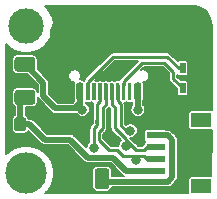
<source format=gtl>
G04 #@! TF.GenerationSoftware,KiCad,Pcbnew,(5.1.4)-1*
G04 #@! TF.CreationDate,2022-05-10T00:39:04+09:00*
G04 #@! TF.ProjectId,Unified-Daughterboard,556e6966-6965-4642-9d44-617567687465,C3*
G04 #@! TF.SameCoordinates,Original*
G04 #@! TF.FileFunction,Copper,L1,Top*
G04 #@! TF.FilePolarity,Positive*
%FSLAX46Y46*%
G04 Gerber Fmt 4.6, Leading zero omitted, Abs format (unit mm)*
G04 Created by KiCad (PCBNEW (5.1.4)-1) date 2022-05-10 00:39:04*
%MOMM*%
%LPD*%
G04 APERTURE LIST*
%ADD10C,0.100000*%
%ADD11C,0.250000*%
%ADD12R,0.250000X0.550000*%
%ADD13R,0.300000X0.550000*%
%ADD14C,1.250000*%
%ADD15R,0.500000X0.900000*%
%ADD16C,1.000000*%
%ADD17O,1.100000X2.200000*%
%ADD18O,1.300000X1.900000*%
%ADD19C,0.600000*%
%ADD20C,0.300000*%
%ADD21C,3.000000*%
%ADD22C,3.500001*%
%ADD23R,1.550000X0.600000*%
%ADD24R,1.800000X1.200000*%
%ADD25C,0.800000*%
%ADD26C,0.508000*%
%ADD27C,0.254000*%
%ADD28C,0.152400*%
G04 APERTURE END LIST*
D10*
G36*
X74014753Y-66453602D02*
G01*
X74026887Y-66455402D01*
X74038787Y-66458382D01*
X74050336Y-66462515D01*
X74061426Y-66467760D01*
X74071947Y-66474066D01*
X74081800Y-66481374D01*
X74090889Y-66489612D01*
X74099127Y-66498701D01*
X74106435Y-66508554D01*
X74112741Y-66519075D01*
X74117986Y-66530165D01*
X74122119Y-66541714D01*
X74125099Y-66553614D01*
X74126899Y-66565748D01*
X74127501Y-66578000D01*
X74127501Y-66878000D01*
X74126899Y-66890252D01*
X74125099Y-66902386D01*
X74122119Y-66914286D01*
X74117986Y-66925835D01*
X74112741Y-66936925D01*
X74106435Y-66947446D01*
X74099127Y-66957299D01*
X74090889Y-66966388D01*
X74081800Y-66974626D01*
X74071947Y-66981934D01*
X74061426Y-66988240D01*
X74050336Y-66993485D01*
X74038787Y-66997618D01*
X74026887Y-67000598D01*
X74014753Y-67002398D01*
X74002501Y-67003000D01*
X74002499Y-67003000D01*
X73990247Y-67002398D01*
X73978113Y-67000598D01*
X73966213Y-66997618D01*
X73954664Y-66993485D01*
X73943574Y-66988240D01*
X73933053Y-66981934D01*
X73923200Y-66974626D01*
X73914111Y-66966388D01*
X73905873Y-66957299D01*
X73898565Y-66947446D01*
X73892259Y-66936925D01*
X73887014Y-66925835D01*
X73882881Y-66914286D01*
X73879901Y-66902386D01*
X73878101Y-66890252D01*
X73877499Y-66878000D01*
X73877499Y-66578000D01*
X73878101Y-66565748D01*
X73879901Y-66553614D01*
X73882881Y-66541714D01*
X73887014Y-66530165D01*
X73892259Y-66519075D01*
X73898565Y-66508554D01*
X73905873Y-66498701D01*
X73914111Y-66489612D01*
X73923200Y-66481374D01*
X73933053Y-66474066D01*
X73943574Y-66467760D01*
X73954664Y-66462515D01*
X73966213Y-66458382D01*
X73978113Y-66455402D01*
X73990247Y-66453602D01*
X74002499Y-66453000D01*
X74002501Y-66453000D01*
X74014753Y-66453602D01*
X74014753Y-66453602D01*
G37*
D11*
X74002500Y-66728000D03*
D12*
X74502500Y-66728000D03*
D13*
X75002500Y-66728000D03*
D12*
X75502500Y-66728000D03*
X76002500Y-66728000D03*
X74502500Y-65958000D03*
X76002500Y-65958000D03*
X75502500Y-65958000D03*
X74002500Y-65958000D03*
D13*
X75002500Y-65958000D03*
D10*
G36*
X72024504Y-70627204D02*
G01*
X72048773Y-70630804D01*
X72072571Y-70636765D01*
X72095671Y-70645030D01*
X72117849Y-70655520D01*
X72138893Y-70668133D01*
X72158598Y-70682747D01*
X72176777Y-70699223D01*
X72193253Y-70717402D01*
X72207867Y-70737107D01*
X72220480Y-70758151D01*
X72230970Y-70780329D01*
X72239235Y-70803429D01*
X72245196Y-70827227D01*
X72248796Y-70851496D01*
X72250000Y-70876000D01*
X72250000Y-72126000D01*
X72248796Y-72150504D01*
X72245196Y-72174773D01*
X72239235Y-72198571D01*
X72230970Y-72221671D01*
X72220480Y-72243849D01*
X72207867Y-72264893D01*
X72193253Y-72284598D01*
X72176777Y-72302777D01*
X72158598Y-72319253D01*
X72138893Y-72333867D01*
X72117849Y-72346480D01*
X72095671Y-72356970D01*
X72072571Y-72365235D01*
X72048773Y-72371196D01*
X72024504Y-72374796D01*
X72000000Y-72376000D01*
X71250000Y-72376000D01*
X71225496Y-72374796D01*
X71201227Y-72371196D01*
X71177429Y-72365235D01*
X71154329Y-72356970D01*
X71132151Y-72346480D01*
X71111107Y-72333867D01*
X71091402Y-72319253D01*
X71073223Y-72302777D01*
X71056747Y-72284598D01*
X71042133Y-72264893D01*
X71029520Y-72243849D01*
X71019030Y-72221671D01*
X71010765Y-72198571D01*
X71004804Y-72174773D01*
X71001204Y-72150504D01*
X71000000Y-72126000D01*
X71000000Y-70876000D01*
X71001204Y-70851496D01*
X71004804Y-70827227D01*
X71010765Y-70803429D01*
X71019030Y-70780329D01*
X71029520Y-70758151D01*
X71042133Y-70737107D01*
X71056747Y-70717402D01*
X71073223Y-70699223D01*
X71091402Y-70682747D01*
X71111107Y-70668133D01*
X71132151Y-70655520D01*
X71154329Y-70645030D01*
X71177429Y-70636765D01*
X71201227Y-70630804D01*
X71225496Y-70627204D01*
X71250000Y-70626000D01*
X72000000Y-70626000D01*
X72024504Y-70627204D01*
X72024504Y-70627204D01*
G37*
D14*
X71625000Y-71501000D03*
D10*
G36*
X74824504Y-70627204D02*
G01*
X74848773Y-70630804D01*
X74872571Y-70636765D01*
X74895671Y-70645030D01*
X74917849Y-70655520D01*
X74938893Y-70668133D01*
X74958598Y-70682747D01*
X74976777Y-70699223D01*
X74993253Y-70717402D01*
X75007867Y-70737107D01*
X75020480Y-70758151D01*
X75030970Y-70780329D01*
X75039235Y-70803429D01*
X75045196Y-70827227D01*
X75048796Y-70851496D01*
X75050000Y-70876000D01*
X75050000Y-72126000D01*
X75048796Y-72150504D01*
X75045196Y-72174773D01*
X75039235Y-72198571D01*
X75030970Y-72221671D01*
X75020480Y-72243849D01*
X75007867Y-72264893D01*
X74993253Y-72284598D01*
X74976777Y-72302777D01*
X74958598Y-72319253D01*
X74938893Y-72333867D01*
X74917849Y-72346480D01*
X74895671Y-72356970D01*
X74872571Y-72365235D01*
X74848773Y-72371196D01*
X74824504Y-72374796D01*
X74800000Y-72376000D01*
X74050000Y-72376000D01*
X74025496Y-72374796D01*
X74001227Y-72371196D01*
X73977429Y-72365235D01*
X73954329Y-72356970D01*
X73932151Y-72346480D01*
X73911107Y-72333867D01*
X73891402Y-72319253D01*
X73873223Y-72302777D01*
X73856747Y-72284598D01*
X73842133Y-72264893D01*
X73829520Y-72243849D01*
X73819030Y-72221671D01*
X73810765Y-72198571D01*
X73804804Y-72174773D01*
X73801204Y-72150504D01*
X73800000Y-72126000D01*
X73800000Y-70876000D01*
X73801204Y-70851496D01*
X73804804Y-70827227D01*
X73810765Y-70803429D01*
X73819030Y-70780329D01*
X73829520Y-70758151D01*
X73842133Y-70737107D01*
X73856747Y-70717402D01*
X73873223Y-70699223D01*
X73891402Y-70682747D01*
X73911107Y-70668133D01*
X73932151Y-70655520D01*
X73954329Y-70645030D01*
X73977429Y-70636765D01*
X74001227Y-70630804D01*
X74025496Y-70627204D01*
X74050000Y-70626000D01*
X74800000Y-70626000D01*
X74824504Y-70627204D01*
X74824504Y-70627204D01*
G37*
D14*
X74425000Y-71501000D03*
D15*
X81252500Y-62143000D03*
X82752500Y-62143000D03*
D10*
G36*
X68540004Y-63983204D02*
G01*
X68564273Y-63986804D01*
X68588071Y-63992765D01*
X68611171Y-64001030D01*
X68633349Y-64011520D01*
X68654393Y-64024133D01*
X68674098Y-64038747D01*
X68692277Y-64055223D01*
X68708753Y-64073402D01*
X68723367Y-64093107D01*
X68735980Y-64114151D01*
X68746470Y-64136329D01*
X68754735Y-64159429D01*
X68760696Y-64183227D01*
X68764296Y-64207496D01*
X68765500Y-64232000D01*
X68765500Y-64982000D01*
X68764296Y-65006504D01*
X68760696Y-65030773D01*
X68754735Y-65054571D01*
X68746470Y-65077671D01*
X68735980Y-65099849D01*
X68723367Y-65120893D01*
X68708753Y-65140598D01*
X68692277Y-65158777D01*
X68674098Y-65175253D01*
X68654393Y-65189867D01*
X68633349Y-65202480D01*
X68611171Y-65212970D01*
X68588071Y-65221235D01*
X68564273Y-65227196D01*
X68540004Y-65230796D01*
X68515500Y-65232000D01*
X67265500Y-65232000D01*
X67240996Y-65230796D01*
X67216727Y-65227196D01*
X67192929Y-65221235D01*
X67169829Y-65212970D01*
X67147651Y-65202480D01*
X67126607Y-65189867D01*
X67106902Y-65175253D01*
X67088723Y-65158777D01*
X67072247Y-65140598D01*
X67057633Y-65120893D01*
X67045020Y-65099849D01*
X67034530Y-65077671D01*
X67026265Y-65054571D01*
X67020304Y-65030773D01*
X67016704Y-65006504D01*
X67015500Y-64982000D01*
X67015500Y-64232000D01*
X67016704Y-64207496D01*
X67020304Y-64183227D01*
X67026265Y-64159429D01*
X67034530Y-64136329D01*
X67045020Y-64114151D01*
X67057633Y-64093107D01*
X67072247Y-64073402D01*
X67088723Y-64055223D01*
X67106902Y-64038747D01*
X67126607Y-64024133D01*
X67147651Y-64011520D01*
X67169829Y-64001030D01*
X67192929Y-63992765D01*
X67216727Y-63986804D01*
X67240996Y-63983204D01*
X67265500Y-63982000D01*
X68515500Y-63982000D01*
X68540004Y-63983204D01*
X68540004Y-63983204D01*
G37*
D14*
X67890500Y-64607000D03*
D10*
G36*
X68540004Y-61183204D02*
G01*
X68564273Y-61186804D01*
X68588071Y-61192765D01*
X68611171Y-61201030D01*
X68633349Y-61211520D01*
X68654393Y-61224133D01*
X68674098Y-61238747D01*
X68692277Y-61255223D01*
X68708753Y-61273402D01*
X68723367Y-61293107D01*
X68735980Y-61314151D01*
X68746470Y-61336329D01*
X68754735Y-61359429D01*
X68760696Y-61383227D01*
X68764296Y-61407496D01*
X68765500Y-61432000D01*
X68765500Y-62182000D01*
X68764296Y-62206504D01*
X68760696Y-62230773D01*
X68754735Y-62254571D01*
X68746470Y-62277671D01*
X68735980Y-62299849D01*
X68723367Y-62320893D01*
X68708753Y-62340598D01*
X68692277Y-62358777D01*
X68674098Y-62375253D01*
X68654393Y-62389867D01*
X68633349Y-62402480D01*
X68611171Y-62412970D01*
X68588071Y-62421235D01*
X68564273Y-62427196D01*
X68540004Y-62430796D01*
X68515500Y-62432000D01*
X67265500Y-62432000D01*
X67240996Y-62430796D01*
X67216727Y-62427196D01*
X67192929Y-62421235D01*
X67169829Y-62412970D01*
X67147651Y-62402480D01*
X67126607Y-62389867D01*
X67106902Y-62375253D01*
X67088723Y-62358777D01*
X67072247Y-62340598D01*
X67057633Y-62320893D01*
X67045020Y-62299849D01*
X67034530Y-62277671D01*
X67026265Y-62254571D01*
X67020304Y-62230773D01*
X67016704Y-62206504D01*
X67015500Y-62182000D01*
X67015500Y-61432000D01*
X67016704Y-61407496D01*
X67020304Y-61383227D01*
X67026265Y-61359429D01*
X67034530Y-61336329D01*
X67045020Y-61314151D01*
X67057633Y-61293107D01*
X67072247Y-61273402D01*
X67088723Y-61255223D01*
X67106902Y-61238747D01*
X67126607Y-61224133D01*
X67147651Y-61211520D01*
X67169829Y-61201030D01*
X67192929Y-61192765D01*
X67216727Y-61186804D01*
X67240996Y-61183204D01*
X67265500Y-61182000D01*
X68515500Y-61182000D01*
X68540004Y-61183204D01*
X68540004Y-61183204D01*
G37*
D14*
X67890500Y-61807000D03*
D10*
G36*
X71084004Y-66291204D02*
G01*
X71108273Y-66294804D01*
X71132071Y-66300765D01*
X71155171Y-66309030D01*
X71177349Y-66319520D01*
X71198393Y-66332133D01*
X71218098Y-66346747D01*
X71236277Y-66363223D01*
X71252753Y-66381402D01*
X71267367Y-66401107D01*
X71279980Y-66422151D01*
X71290470Y-66444329D01*
X71298735Y-66467429D01*
X71304696Y-66491227D01*
X71308296Y-66515496D01*
X71309500Y-66540000D01*
X71309500Y-67240000D01*
X71308296Y-67264504D01*
X71304696Y-67288773D01*
X71298735Y-67312571D01*
X71290470Y-67335671D01*
X71279980Y-67357849D01*
X71267367Y-67378893D01*
X71252753Y-67398598D01*
X71236277Y-67416777D01*
X71218098Y-67433253D01*
X71198393Y-67447867D01*
X71177349Y-67460480D01*
X71155171Y-67470970D01*
X71132071Y-67479235D01*
X71108273Y-67485196D01*
X71084004Y-67488796D01*
X71059500Y-67490000D01*
X70559500Y-67490000D01*
X70534996Y-67488796D01*
X70510727Y-67485196D01*
X70486929Y-67479235D01*
X70463829Y-67470970D01*
X70441651Y-67460480D01*
X70420607Y-67447867D01*
X70400902Y-67433253D01*
X70382723Y-67416777D01*
X70366247Y-67398598D01*
X70351633Y-67378893D01*
X70339020Y-67357849D01*
X70328530Y-67335671D01*
X70320265Y-67312571D01*
X70314304Y-67288773D01*
X70310704Y-67264504D01*
X70309500Y-67240000D01*
X70309500Y-66540000D01*
X70310704Y-66515496D01*
X70314304Y-66491227D01*
X70320265Y-66467429D01*
X70328530Y-66444329D01*
X70339020Y-66422151D01*
X70351633Y-66401107D01*
X70366247Y-66381402D01*
X70382723Y-66363223D01*
X70400902Y-66346747D01*
X70420607Y-66332133D01*
X70441651Y-66319520D01*
X70463829Y-66309030D01*
X70486929Y-66300765D01*
X70510727Y-66294804D01*
X70534996Y-66291204D01*
X70559500Y-66290000D01*
X71059500Y-66290000D01*
X71084004Y-66291204D01*
X71084004Y-66291204D01*
G37*
D16*
X70809500Y-66890000D03*
D10*
G36*
X67784004Y-66291204D02*
G01*
X67808273Y-66294804D01*
X67832071Y-66300765D01*
X67855171Y-66309030D01*
X67877349Y-66319520D01*
X67898393Y-66332133D01*
X67918098Y-66346747D01*
X67936277Y-66363223D01*
X67952753Y-66381402D01*
X67967367Y-66401107D01*
X67979980Y-66422151D01*
X67990470Y-66444329D01*
X67998735Y-66467429D01*
X68004696Y-66491227D01*
X68008296Y-66515496D01*
X68009500Y-66540000D01*
X68009500Y-67240000D01*
X68008296Y-67264504D01*
X68004696Y-67288773D01*
X67998735Y-67312571D01*
X67990470Y-67335671D01*
X67979980Y-67357849D01*
X67967367Y-67378893D01*
X67952753Y-67398598D01*
X67936277Y-67416777D01*
X67918098Y-67433253D01*
X67898393Y-67447867D01*
X67877349Y-67460480D01*
X67855171Y-67470970D01*
X67832071Y-67479235D01*
X67808273Y-67485196D01*
X67784004Y-67488796D01*
X67759500Y-67490000D01*
X67259500Y-67490000D01*
X67234996Y-67488796D01*
X67210727Y-67485196D01*
X67186929Y-67479235D01*
X67163829Y-67470970D01*
X67141651Y-67460480D01*
X67120607Y-67447867D01*
X67100902Y-67433253D01*
X67082723Y-67416777D01*
X67066247Y-67398598D01*
X67051633Y-67378893D01*
X67039020Y-67357849D01*
X67028530Y-67335671D01*
X67020265Y-67312571D01*
X67014304Y-67288773D01*
X67010704Y-67264504D01*
X67009500Y-67240000D01*
X67009500Y-66540000D01*
X67010704Y-66515496D01*
X67014304Y-66491227D01*
X67020265Y-66467429D01*
X67028530Y-66444329D01*
X67039020Y-66422151D01*
X67051633Y-66401107D01*
X67066247Y-66381402D01*
X67082723Y-66363223D01*
X67100902Y-66346747D01*
X67120607Y-66332133D01*
X67141651Y-66319520D01*
X67163829Y-66309030D01*
X67186929Y-66300765D01*
X67210727Y-66294804D01*
X67234996Y-66291204D01*
X67259500Y-66290000D01*
X67759500Y-66290000D01*
X67784004Y-66291204D01*
X67784004Y-66291204D01*
G37*
D16*
X67509500Y-66890000D03*
D17*
X70702500Y-63343000D03*
D18*
X70702500Y-59143000D03*
X79302500Y-59143000D03*
D10*
G36*
X78417203Y-63393722D02*
G01*
X78431764Y-63395882D01*
X78446043Y-63399459D01*
X78459903Y-63404418D01*
X78473210Y-63410712D01*
X78485836Y-63418280D01*
X78497659Y-63427048D01*
X78508566Y-63436934D01*
X78518452Y-63447841D01*
X78527220Y-63459664D01*
X78534788Y-63472290D01*
X78541082Y-63485597D01*
X78546041Y-63499457D01*
X78549618Y-63513736D01*
X78551778Y-63528297D01*
X78552500Y-63543000D01*
X78552500Y-64693000D01*
X78551778Y-64707703D01*
X78549618Y-64722264D01*
X78546041Y-64736543D01*
X78541082Y-64750403D01*
X78534788Y-64763710D01*
X78527220Y-64776336D01*
X78518452Y-64788159D01*
X78508566Y-64799066D01*
X78497659Y-64808952D01*
X78485836Y-64817720D01*
X78473210Y-64825288D01*
X78459903Y-64831582D01*
X78446043Y-64836541D01*
X78431764Y-64840118D01*
X78417203Y-64842278D01*
X78402500Y-64843000D01*
X78102500Y-64843000D01*
X78087797Y-64842278D01*
X78073236Y-64840118D01*
X78058957Y-64836541D01*
X78045097Y-64831582D01*
X78031790Y-64825288D01*
X78019164Y-64817720D01*
X78007341Y-64808952D01*
X77996434Y-64799066D01*
X77986548Y-64788159D01*
X77977780Y-64776336D01*
X77970212Y-64763710D01*
X77963918Y-64750403D01*
X77958959Y-64736543D01*
X77955382Y-64722264D01*
X77953222Y-64707703D01*
X77952500Y-64693000D01*
X77952500Y-63543000D01*
X77953222Y-63528297D01*
X77955382Y-63513736D01*
X77958959Y-63499457D01*
X77963918Y-63485597D01*
X77970212Y-63472290D01*
X77977780Y-63459664D01*
X77986548Y-63447841D01*
X77996434Y-63436934D01*
X78007341Y-63427048D01*
X78019164Y-63418280D01*
X78031790Y-63410712D01*
X78045097Y-63404418D01*
X78058957Y-63399459D01*
X78073236Y-63395882D01*
X78087797Y-63393722D01*
X78102500Y-63393000D01*
X78402500Y-63393000D01*
X78417203Y-63393722D01*
X78417203Y-63393722D01*
G37*
D19*
X78252500Y-64118000D03*
D10*
G36*
X76834851Y-63393361D02*
G01*
X76842132Y-63394441D01*
X76849271Y-63396229D01*
X76856201Y-63398709D01*
X76862855Y-63401856D01*
X76869168Y-63405640D01*
X76875079Y-63410024D01*
X76880533Y-63414967D01*
X76885476Y-63420421D01*
X76889860Y-63426332D01*
X76893644Y-63432645D01*
X76896791Y-63439299D01*
X76899271Y-63446229D01*
X76901059Y-63453368D01*
X76902139Y-63460649D01*
X76902500Y-63468000D01*
X76902500Y-64768000D01*
X76902139Y-64775351D01*
X76901059Y-64782632D01*
X76899271Y-64789771D01*
X76896791Y-64796701D01*
X76893644Y-64803355D01*
X76889860Y-64809668D01*
X76885476Y-64815579D01*
X76880533Y-64821033D01*
X76875079Y-64825976D01*
X76869168Y-64830360D01*
X76862855Y-64834144D01*
X76856201Y-64837291D01*
X76849271Y-64839771D01*
X76842132Y-64841559D01*
X76834851Y-64842639D01*
X76827500Y-64843000D01*
X76677500Y-64843000D01*
X76670149Y-64842639D01*
X76662868Y-64841559D01*
X76655729Y-64839771D01*
X76648799Y-64837291D01*
X76642145Y-64834144D01*
X76635832Y-64830360D01*
X76629921Y-64825976D01*
X76624467Y-64821033D01*
X76619524Y-64815579D01*
X76615140Y-64809668D01*
X76611356Y-64803355D01*
X76608209Y-64796701D01*
X76605729Y-64789771D01*
X76603941Y-64782632D01*
X76602861Y-64775351D01*
X76602500Y-64768000D01*
X76602500Y-63468000D01*
X76602861Y-63460649D01*
X76603941Y-63453368D01*
X76605729Y-63446229D01*
X76608209Y-63439299D01*
X76611356Y-63432645D01*
X76615140Y-63426332D01*
X76619524Y-63420421D01*
X76624467Y-63414967D01*
X76629921Y-63410024D01*
X76635832Y-63405640D01*
X76642145Y-63401856D01*
X76648799Y-63398709D01*
X76655729Y-63396229D01*
X76662868Y-63394441D01*
X76670149Y-63393361D01*
X76677500Y-63393000D01*
X76827500Y-63393000D01*
X76834851Y-63393361D01*
X76834851Y-63393361D01*
G37*
D20*
X76752500Y-64118000D03*
D10*
G36*
X76334851Y-63393361D02*
G01*
X76342132Y-63394441D01*
X76349271Y-63396229D01*
X76356201Y-63398709D01*
X76362855Y-63401856D01*
X76369168Y-63405640D01*
X76375079Y-63410024D01*
X76380533Y-63414967D01*
X76385476Y-63420421D01*
X76389860Y-63426332D01*
X76393644Y-63432645D01*
X76396791Y-63439299D01*
X76399271Y-63446229D01*
X76401059Y-63453368D01*
X76402139Y-63460649D01*
X76402500Y-63468000D01*
X76402500Y-64768000D01*
X76402139Y-64775351D01*
X76401059Y-64782632D01*
X76399271Y-64789771D01*
X76396791Y-64796701D01*
X76393644Y-64803355D01*
X76389860Y-64809668D01*
X76385476Y-64815579D01*
X76380533Y-64821033D01*
X76375079Y-64825976D01*
X76369168Y-64830360D01*
X76362855Y-64834144D01*
X76356201Y-64837291D01*
X76349271Y-64839771D01*
X76342132Y-64841559D01*
X76334851Y-64842639D01*
X76327500Y-64843000D01*
X76177500Y-64843000D01*
X76170149Y-64842639D01*
X76162868Y-64841559D01*
X76155729Y-64839771D01*
X76148799Y-64837291D01*
X76142145Y-64834144D01*
X76135832Y-64830360D01*
X76129921Y-64825976D01*
X76124467Y-64821033D01*
X76119524Y-64815579D01*
X76115140Y-64809668D01*
X76111356Y-64803355D01*
X76108209Y-64796701D01*
X76105729Y-64789771D01*
X76103941Y-64782632D01*
X76102861Y-64775351D01*
X76102500Y-64768000D01*
X76102500Y-63468000D01*
X76102861Y-63460649D01*
X76103941Y-63453368D01*
X76105729Y-63446229D01*
X76108209Y-63439299D01*
X76111356Y-63432645D01*
X76115140Y-63426332D01*
X76119524Y-63420421D01*
X76124467Y-63414967D01*
X76129921Y-63410024D01*
X76135832Y-63405640D01*
X76142145Y-63401856D01*
X76148799Y-63398709D01*
X76155729Y-63396229D01*
X76162868Y-63394441D01*
X76170149Y-63393361D01*
X76177500Y-63393000D01*
X76327500Y-63393000D01*
X76334851Y-63393361D01*
X76334851Y-63393361D01*
G37*
D20*
X76252500Y-64118000D03*
D10*
G36*
X75834851Y-63393361D02*
G01*
X75842132Y-63394441D01*
X75849271Y-63396229D01*
X75856201Y-63398709D01*
X75862855Y-63401856D01*
X75869168Y-63405640D01*
X75875079Y-63410024D01*
X75880533Y-63414967D01*
X75885476Y-63420421D01*
X75889860Y-63426332D01*
X75893644Y-63432645D01*
X75896791Y-63439299D01*
X75899271Y-63446229D01*
X75901059Y-63453368D01*
X75902139Y-63460649D01*
X75902500Y-63468000D01*
X75902500Y-64768000D01*
X75902139Y-64775351D01*
X75901059Y-64782632D01*
X75899271Y-64789771D01*
X75896791Y-64796701D01*
X75893644Y-64803355D01*
X75889860Y-64809668D01*
X75885476Y-64815579D01*
X75880533Y-64821033D01*
X75875079Y-64825976D01*
X75869168Y-64830360D01*
X75862855Y-64834144D01*
X75856201Y-64837291D01*
X75849271Y-64839771D01*
X75842132Y-64841559D01*
X75834851Y-64842639D01*
X75827500Y-64843000D01*
X75677500Y-64843000D01*
X75670149Y-64842639D01*
X75662868Y-64841559D01*
X75655729Y-64839771D01*
X75648799Y-64837291D01*
X75642145Y-64834144D01*
X75635832Y-64830360D01*
X75629921Y-64825976D01*
X75624467Y-64821033D01*
X75619524Y-64815579D01*
X75615140Y-64809668D01*
X75611356Y-64803355D01*
X75608209Y-64796701D01*
X75605729Y-64789771D01*
X75603941Y-64782632D01*
X75602861Y-64775351D01*
X75602500Y-64768000D01*
X75602500Y-63468000D01*
X75602861Y-63460649D01*
X75603941Y-63453368D01*
X75605729Y-63446229D01*
X75608209Y-63439299D01*
X75611356Y-63432645D01*
X75615140Y-63426332D01*
X75619524Y-63420421D01*
X75624467Y-63414967D01*
X75629921Y-63410024D01*
X75635832Y-63405640D01*
X75642145Y-63401856D01*
X75648799Y-63398709D01*
X75655729Y-63396229D01*
X75662868Y-63394441D01*
X75670149Y-63393361D01*
X75677500Y-63393000D01*
X75827500Y-63393000D01*
X75834851Y-63393361D01*
X75834851Y-63393361D01*
G37*
D20*
X75752500Y-64118000D03*
D10*
G36*
X75338851Y-63393361D02*
G01*
X75346132Y-63394441D01*
X75353271Y-63396229D01*
X75360201Y-63398709D01*
X75366855Y-63401856D01*
X75373168Y-63405640D01*
X75379079Y-63410024D01*
X75384533Y-63414967D01*
X75389476Y-63420421D01*
X75393860Y-63426332D01*
X75397644Y-63432645D01*
X75400791Y-63439299D01*
X75403271Y-63446229D01*
X75405059Y-63453368D01*
X75406139Y-63460649D01*
X75406500Y-63468000D01*
X75406500Y-64768000D01*
X75406139Y-64775351D01*
X75405059Y-64782632D01*
X75403271Y-64789771D01*
X75400791Y-64796701D01*
X75397644Y-64803355D01*
X75393860Y-64809668D01*
X75389476Y-64815579D01*
X75384533Y-64821033D01*
X75379079Y-64825976D01*
X75373168Y-64830360D01*
X75366855Y-64834144D01*
X75360201Y-64837291D01*
X75353271Y-64839771D01*
X75346132Y-64841559D01*
X75338851Y-64842639D01*
X75331500Y-64843000D01*
X75181500Y-64843000D01*
X75174149Y-64842639D01*
X75166868Y-64841559D01*
X75159729Y-64839771D01*
X75152799Y-64837291D01*
X75146145Y-64834144D01*
X75139832Y-64830360D01*
X75133921Y-64825976D01*
X75128467Y-64821033D01*
X75123524Y-64815579D01*
X75119140Y-64809668D01*
X75115356Y-64803355D01*
X75112209Y-64796701D01*
X75109729Y-64789771D01*
X75107941Y-64782632D01*
X75106861Y-64775351D01*
X75106500Y-64768000D01*
X75106500Y-63468000D01*
X75106861Y-63460649D01*
X75107941Y-63453368D01*
X75109729Y-63446229D01*
X75112209Y-63439299D01*
X75115356Y-63432645D01*
X75119140Y-63426332D01*
X75123524Y-63420421D01*
X75128467Y-63414967D01*
X75133921Y-63410024D01*
X75139832Y-63405640D01*
X75146145Y-63401856D01*
X75152799Y-63398709D01*
X75159729Y-63396229D01*
X75166868Y-63394441D01*
X75174149Y-63393361D01*
X75181500Y-63393000D01*
X75331500Y-63393000D01*
X75338851Y-63393361D01*
X75338851Y-63393361D01*
G37*
D20*
X75256500Y-64118000D03*
D10*
G36*
X73334851Y-63393361D02*
G01*
X73342132Y-63394441D01*
X73349271Y-63396229D01*
X73356201Y-63398709D01*
X73362855Y-63401856D01*
X73369168Y-63405640D01*
X73375079Y-63410024D01*
X73380533Y-63414967D01*
X73385476Y-63420421D01*
X73389860Y-63426332D01*
X73393644Y-63432645D01*
X73396791Y-63439299D01*
X73399271Y-63446229D01*
X73401059Y-63453368D01*
X73402139Y-63460649D01*
X73402500Y-63468000D01*
X73402500Y-64768000D01*
X73402139Y-64775351D01*
X73401059Y-64782632D01*
X73399271Y-64789771D01*
X73396791Y-64796701D01*
X73393644Y-64803355D01*
X73389860Y-64809668D01*
X73385476Y-64815579D01*
X73380533Y-64821033D01*
X73375079Y-64825976D01*
X73369168Y-64830360D01*
X73362855Y-64834144D01*
X73356201Y-64837291D01*
X73349271Y-64839771D01*
X73342132Y-64841559D01*
X73334851Y-64842639D01*
X73327500Y-64843000D01*
X73177500Y-64843000D01*
X73170149Y-64842639D01*
X73162868Y-64841559D01*
X73155729Y-64839771D01*
X73148799Y-64837291D01*
X73142145Y-64834144D01*
X73135832Y-64830360D01*
X73129921Y-64825976D01*
X73124467Y-64821033D01*
X73119524Y-64815579D01*
X73115140Y-64809668D01*
X73111356Y-64803355D01*
X73108209Y-64796701D01*
X73105729Y-64789771D01*
X73103941Y-64782632D01*
X73102861Y-64775351D01*
X73102500Y-64768000D01*
X73102500Y-63468000D01*
X73102861Y-63460649D01*
X73103941Y-63453368D01*
X73105729Y-63446229D01*
X73108209Y-63439299D01*
X73111356Y-63432645D01*
X73115140Y-63426332D01*
X73119524Y-63420421D01*
X73124467Y-63414967D01*
X73129921Y-63410024D01*
X73135832Y-63405640D01*
X73142145Y-63401856D01*
X73148799Y-63398709D01*
X73155729Y-63396229D01*
X73162868Y-63394441D01*
X73170149Y-63393361D01*
X73177500Y-63393000D01*
X73327500Y-63393000D01*
X73334851Y-63393361D01*
X73334851Y-63393361D01*
G37*
D20*
X73252500Y-64118000D03*
D10*
G36*
X73834851Y-63393361D02*
G01*
X73842132Y-63394441D01*
X73849271Y-63396229D01*
X73856201Y-63398709D01*
X73862855Y-63401856D01*
X73869168Y-63405640D01*
X73875079Y-63410024D01*
X73880533Y-63414967D01*
X73885476Y-63420421D01*
X73889860Y-63426332D01*
X73893644Y-63432645D01*
X73896791Y-63439299D01*
X73899271Y-63446229D01*
X73901059Y-63453368D01*
X73902139Y-63460649D01*
X73902500Y-63468000D01*
X73902500Y-64768000D01*
X73902139Y-64775351D01*
X73901059Y-64782632D01*
X73899271Y-64789771D01*
X73896791Y-64796701D01*
X73893644Y-64803355D01*
X73889860Y-64809668D01*
X73885476Y-64815579D01*
X73880533Y-64821033D01*
X73875079Y-64825976D01*
X73869168Y-64830360D01*
X73862855Y-64834144D01*
X73856201Y-64837291D01*
X73849271Y-64839771D01*
X73842132Y-64841559D01*
X73834851Y-64842639D01*
X73827500Y-64843000D01*
X73677500Y-64843000D01*
X73670149Y-64842639D01*
X73662868Y-64841559D01*
X73655729Y-64839771D01*
X73648799Y-64837291D01*
X73642145Y-64834144D01*
X73635832Y-64830360D01*
X73629921Y-64825976D01*
X73624467Y-64821033D01*
X73619524Y-64815579D01*
X73615140Y-64809668D01*
X73611356Y-64803355D01*
X73608209Y-64796701D01*
X73605729Y-64789771D01*
X73603941Y-64782632D01*
X73602861Y-64775351D01*
X73602500Y-64768000D01*
X73602500Y-63468000D01*
X73602861Y-63460649D01*
X73603941Y-63453368D01*
X73605729Y-63446229D01*
X73608209Y-63439299D01*
X73611356Y-63432645D01*
X73615140Y-63426332D01*
X73619524Y-63420421D01*
X73624467Y-63414967D01*
X73629921Y-63410024D01*
X73635832Y-63405640D01*
X73642145Y-63401856D01*
X73648799Y-63398709D01*
X73655729Y-63396229D01*
X73662868Y-63394441D01*
X73670149Y-63393361D01*
X73677500Y-63393000D01*
X73827500Y-63393000D01*
X73834851Y-63393361D01*
X73834851Y-63393361D01*
G37*
D20*
X73752500Y-64118000D03*
D10*
G36*
X74334851Y-63393361D02*
G01*
X74342132Y-63394441D01*
X74349271Y-63396229D01*
X74356201Y-63398709D01*
X74362855Y-63401856D01*
X74369168Y-63405640D01*
X74375079Y-63410024D01*
X74380533Y-63414967D01*
X74385476Y-63420421D01*
X74389860Y-63426332D01*
X74393644Y-63432645D01*
X74396791Y-63439299D01*
X74399271Y-63446229D01*
X74401059Y-63453368D01*
X74402139Y-63460649D01*
X74402500Y-63468000D01*
X74402500Y-64768000D01*
X74402139Y-64775351D01*
X74401059Y-64782632D01*
X74399271Y-64789771D01*
X74396791Y-64796701D01*
X74393644Y-64803355D01*
X74389860Y-64809668D01*
X74385476Y-64815579D01*
X74380533Y-64821033D01*
X74375079Y-64825976D01*
X74369168Y-64830360D01*
X74362855Y-64834144D01*
X74356201Y-64837291D01*
X74349271Y-64839771D01*
X74342132Y-64841559D01*
X74334851Y-64842639D01*
X74327500Y-64843000D01*
X74177500Y-64843000D01*
X74170149Y-64842639D01*
X74162868Y-64841559D01*
X74155729Y-64839771D01*
X74148799Y-64837291D01*
X74142145Y-64834144D01*
X74135832Y-64830360D01*
X74129921Y-64825976D01*
X74124467Y-64821033D01*
X74119524Y-64815579D01*
X74115140Y-64809668D01*
X74111356Y-64803355D01*
X74108209Y-64796701D01*
X74105729Y-64789771D01*
X74103941Y-64782632D01*
X74102861Y-64775351D01*
X74102500Y-64768000D01*
X74102500Y-63468000D01*
X74102861Y-63460649D01*
X74103941Y-63453368D01*
X74105729Y-63446229D01*
X74108209Y-63439299D01*
X74111356Y-63432645D01*
X74115140Y-63426332D01*
X74119524Y-63420421D01*
X74124467Y-63414967D01*
X74129921Y-63410024D01*
X74135832Y-63405640D01*
X74142145Y-63401856D01*
X74148799Y-63398709D01*
X74155729Y-63396229D01*
X74162868Y-63394441D01*
X74170149Y-63393361D01*
X74177500Y-63393000D01*
X74327500Y-63393000D01*
X74334851Y-63393361D01*
X74334851Y-63393361D01*
G37*
D20*
X74252500Y-64118000D03*
D10*
G36*
X74834851Y-63393361D02*
G01*
X74842132Y-63394441D01*
X74849271Y-63396229D01*
X74856201Y-63398709D01*
X74862855Y-63401856D01*
X74869168Y-63405640D01*
X74875079Y-63410024D01*
X74880533Y-63414967D01*
X74885476Y-63420421D01*
X74889860Y-63426332D01*
X74893644Y-63432645D01*
X74896791Y-63439299D01*
X74899271Y-63446229D01*
X74901059Y-63453368D01*
X74902139Y-63460649D01*
X74902500Y-63468000D01*
X74902500Y-64768000D01*
X74902139Y-64775351D01*
X74901059Y-64782632D01*
X74899271Y-64789771D01*
X74896791Y-64796701D01*
X74893644Y-64803355D01*
X74889860Y-64809668D01*
X74885476Y-64815579D01*
X74880533Y-64821033D01*
X74875079Y-64825976D01*
X74869168Y-64830360D01*
X74862855Y-64834144D01*
X74856201Y-64837291D01*
X74849271Y-64839771D01*
X74842132Y-64841559D01*
X74834851Y-64842639D01*
X74827500Y-64843000D01*
X74677500Y-64843000D01*
X74670149Y-64842639D01*
X74662868Y-64841559D01*
X74655729Y-64839771D01*
X74648799Y-64837291D01*
X74642145Y-64834144D01*
X74635832Y-64830360D01*
X74629921Y-64825976D01*
X74624467Y-64821033D01*
X74619524Y-64815579D01*
X74615140Y-64809668D01*
X74611356Y-64803355D01*
X74608209Y-64796701D01*
X74605729Y-64789771D01*
X74603941Y-64782632D01*
X74602861Y-64775351D01*
X74602500Y-64768000D01*
X74602500Y-63468000D01*
X74602861Y-63460649D01*
X74603941Y-63453368D01*
X74605729Y-63446229D01*
X74608209Y-63439299D01*
X74611356Y-63432645D01*
X74615140Y-63426332D01*
X74619524Y-63420421D01*
X74624467Y-63414967D01*
X74629921Y-63410024D01*
X74635832Y-63405640D01*
X74642145Y-63401856D01*
X74648799Y-63398709D01*
X74655729Y-63396229D01*
X74662868Y-63394441D01*
X74670149Y-63393361D01*
X74677500Y-63393000D01*
X74827500Y-63393000D01*
X74834851Y-63393361D01*
X74834851Y-63393361D01*
G37*
D20*
X74752500Y-64118000D03*
D17*
X79302500Y-63343000D03*
D10*
G36*
X77617203Y-63393722D02*
G01*
X77631764Y-63395882D01*
X77646043Y-63399459D01*
X77659903Y-63404418D01*
X77673210Y-63410712D01*
X77685836Y-63418280D01*
X77697659Y-63427048D01*
X77708566Y-63436934D01*
X77718452Y-63447841D01*
X77727220Y-63459664D01*
X77734788Y-63472290D01*
X77741082Y-63485597D01*
X77746041Y-63499457D01*
X77749618Y-63513736D01*
X77751778Y-63528297D01*
X77752500Y-63543000D01*
X77752500Y-64693000D01*
X77751778Y-64707703D01*
X77749618Y-64722264D01*
X77746041Y-64736543D01*
X77741082Y-64750403D01*
X77734788Y-64763710D01*
X77727220Y-64776336D01*
X77718452Y-64788159D01*
X77708566Y-64799066D01*
X77697659Y-64808952D01*
X77685836Y-64817720D01*
X77673210Y-64825288D01*
X77659903Y-64831582D01*
X77646043Y-64836541D01*
X77631764Y-64840118D01*
X77617203Y-64842278D01*
X77602500Y-64843000D01*
X77302500Y-64843000D01*
X77287797Y-64842278D01*
X77273236Y-64840118D01*
X77258957Y-64836541D01*
X77245097Y-64831582D01*
X77231790Y-64825288D01*
X77219164Y-64817720D01*
X77207341Y-64808952D01*
X77196434Y-64799066D01*
X77186548Y-64788159D01*
X77177780Y-64776336D01*
X77170212Y-64763710D01*
X77163918Y-64750403D01*
X77158959Y-64736543D01*
X77155382Y-64722264D01*
X77153222Y-64707703D01*
X77152500Y-64693000D01*
X77152500Y-63543000D01*
X77153222Y-63528297D01*
X77155382Y-63513736D01*
X77158959Y-63499457D01*
X77163918Y-63485597D01*
X77170212Y-63472290D01*
X77177780Y-63459664D01*
X77186548Y-63447841D01*
X77196434Y-63436934D01*
X77207341Y-63427048D01*
X77219164Y-63418280D01*
X77231790Y-63410712D01*
X77245097Y-63404418D01*
X77258957Y-63399459D01*
X77273236Y-63395882D01*
X77287797Y-63393722D01*
X77302500Y-63393000D01*
X77602500Y-63393000D01*
X77617203Y-63393722D01*
X77617203Y-63393722D01*
G37*
D19*
X77452500Y-64118000D03*
D10*
G36*
X71917203Y-63393722D02*
G01*
X71931764Y-63395882D01*
X71946043Y-63399459D01*
X71959903Y-63404418D01*
X71973210Y-63410712D01*
X71985836Y-63418280D01*
X71997659Y-63427048D01*
X72008566Y-63436934D01*
X72018452Y-63447841D01*
X72027220Y-63459664D01*
X72034788Y-63472290D01*
X72041082Y-63485597D01*
X72046041Y-63499457D01*
X72049618Y-63513736D01*
X72051778Y-63528297D01*
X72052500Y-63543000D01*
X72052500Y-64693000D01*
X72051778Y-64707703D01*
X72049618Y-64722264D01*
X72046041Y-64736543D01*
X72041082Y-64750403D01*
X72034788Y-64763710D01*
X72027220Y-64776336D01*
X72018452Y-64788159D01*
X72008566Y-64799066D01*
X71997659Y-64808952D01*
X71985836Y-64817720D01*
X71973210Y-64825288D01*
X71959903Y-64831582D01*
X71946043Y-64836541D01*
X71931764Y-64840118D01*
X71917203Y-64842278D01*
X71902500Y-64843000D01*
X71602500Y-64843000D01*
X71587797Y-64842278D01*
X71573236Y-64840118D01*
X71558957Y-64836541D01*
X71545097Y-64831582D01*
X71531790Y-64825288D01*
X71519164Y-64817720D01*
X71507341Y-64808952D01*
X71496434Y-64799066D01*
X71486548Y-64788159D01*
X71477780Y-64776336D01*
X71470212Y-64763710D01*
X71463918Y-64750403D01*
X71458959Y-64736543D01*
X71455382Y-64722264D01*
X71453222Y-64707703D01*
X71452500Y-64693000D01*
X71452500Y-63543000D01*
X71453222Y-63528297D01*
X71455382Y-63513736D01*
X71458959Y-63499457D01*
X71463918Y-63485597D01*
X71470212Y-63472290D01*
X71477780Y-63459664D01*
X71486548Y-63447841D01*
X71496434Y-63436934D01*
X71507341Y-63427048D01*
X71519164Y-63418280D01*
X71531790Y-63410712D01*
X71545097Y-63404418D01*
X71558957Y-63399459D01*
X71573236Y-63395882D01*
X71587797Y-63393722D01*
X71602500Y-63393000D01*
X71902500Y-63393000D01*
X71917203Y-63393722D01*
X71917203Y-63393722D01*
G37*
D19*
X71752500Y-64118000D03*
D10*
G36*
X72717203Y-63393722D02*
G01*
X72731764Y-63395882D01*
X72746043Y-63399459D01*
X72759903Y-63404418D01*
X72773210Y-63410712D01*
X72785836Y-63418280D01*
X72797659Y-63427048D01*
X72808566Y-63436934D01*
X72818452Y-63447841D01*
X72827220Y-63459664D01*
X72834788Y-63472290D01*
X72841082Y-63485597D01*
X72846041Y-63499457D01*
X72849618Y-63513736D01*
X72851778Y-63528297D01*
X72852500Y-63543000D01*
X72852500Y-64693000D01*
X72851778Y-64707703D01*
X72849618Y-64722264D01*
X72846041Y-64736543D01*
X72841082Y-64750403D01*
X72834788Y-64763710D01*
X72827220Y-64776336D01*
X72818452Y-64788159D01*
X72808566Y-64799066D01*
X72797659Y-64808952D01*
X72785836Y-64817720D01*
X72773210Y-64825288D01*
X72759903Y-64831582D01*
X72746043Y-64836541D01*
X72731764Y-64840118D01*
X72717203Y-64842278D01*
X72702500Y-64843000D01*
X72402500Y-64843000D01*
X72387797Y-64842278D01*
X72373236Y-64840118D01*
X72358957Y-64836541D01*
X72345097Y-64831582D01*
X72331790Y-64825288D01*
X72319164Y-64817720D01*
X72307341Y-64808952D01*
X72296434Y-64799066D01*
X72286548Y-64788159D01*
X72277780Y-64776336D01*
X72270212Y-64763710D01*
X72263918Y-64750403D01*
X72258959Y-64736543D01*
X72255382Y-64722264D01*
X72253222Y-64707703D01*
X72252500Y-64693000D01*
X72252500Y-63543000D01*
X72253222Y-63528297D01*
X72255382Y-63513736D01*
X72258959Y-63499457D01*
X72263918Y-63485597D01*
X72270212Y-63472290D01*
X72277780Y-63459664D01*
X72286548Y-63447841D01*
X72296434Y-63436934D01*
X72307341Y-63427048D01*
X72319164Y-63418280D01*
X72331790Y-63410712D01*
X72345097Y-63404418D01*
X72358957Y-63399459D01*
X72373236Y-63395882D01*
X72387797Y-63393722D01*
X72402500Y-63393000D01*
X72702500Y-63393000D01*
X72717203Y-63393722D01*
X72717203Y-63393722D01*
G37*
D19*
X72552500Y-64118000D03*
D21*
X68004500Y-58543000D03*
D22*
X82004500Y-58543000D03*
X68002500Y-71043000D03*
D23*
X78977500Y-68841000D03*
X78977500Y-67841000D03*
X78977500Y-69841000D03*
X78977500Y-70841000D03*
D24*
X82852500Y-72141000D03*
X82852500Y-66541000D03*
D15*
X82752500Y-63843000D03*
X81252500Y-63843000D03*
D25*
X71628000Y-69596000D03*
X75002500Y-67891000D03*
X75000000Y-62500000D03*
X72009000Y-66929000D03*
X76454000Y-68707000D03*
X73723500Y-68897500D03*
X76835000Y-67437000D03*
X77279500Y-69913500D03*
X72771000Y-65659000D03*
X77470000Y-65659000D03*
D26*
X78977500Y-67841000D02*
X80033000Y-67841000D01*
X80033000Y-67841000D02*
X80391000Y-68199000D01*
X80391000Y-68199000D02*
X80391000Y-71374000D01*
X80391000Y-71374000D02*
X80010000Y-71755000D01*
X74679000Y-71755000D02*
X74425000Y-71501000D01*
X80010000Y-71755000D02*
X74679000Y-71755000D01*
X67509500Y-64988000D02*
X67890500Y-64607000D01*
X67509500Y-66890000D02*
X67509500Y-64988000D01*
X71755000Y-68199000D02*
X69596000Y-68199000D01*
X73279000Y-69723000D02*
X71755000Y-68199000D01*
X78977500Y-70841000D02*
X76492500Y-70841000D01*
X76492500Y-70841000D02*
X75374500Y-69723000D01*
X69596000Y-68199000D02*
X68287000Y-66890000D01*
X75374500Y-69723000D02*
X73279000Y-69723000D01*
X68287000Y-66890000D02*
X67509500Y-66890000D01*
D27*
X75002500Y-65958000D02*
X75002500Y-66728000D01*
D26*
X70927500Y-63568000D02*
X70702500Y-63343000D01*
X71752500Y-63568000D02*
X70927500Y-63568000D01*
X79077500Y-63568000D02*
X79302500Y-63343000D01*
X78252500Y-63568000D02*
X79077500Y-63568000D01*
X79302500Y-59143000D02*
X70702500Y-59143000D01*
X70702500Y-59143000D02*
X70702500Y-63343000D01*
D27*
X82752500Y-62143000D02*
X82752500Y-63843000D01*
D26*
X82752500Y-59291000D02*
X82004500Y-58543000D01*
X82752500Y-62143000D02*
X82752500Y-59291000D01*
X81404500Y-59143000D02*
X82004500Y-58543000D01*
X79302500Y-59143000D02*
X81404500Y-59143000D01*
X71625000Y-71501000D02*
X71625000Y-69599000D01*
X71625000Y-69599000D02*
X71628000Y-69596000D01*
D27*
X75002500Y-66728000D02*
X75002500Y-67891000D01*
D26*
X71970000Y-66890000D02*
X72009000Y-66929000D01*
X70809500Y-66890000D02*
X71970000Y-66890000D01*
D27*
X80463500Y-63054000D02*
X81252500Y-63843000D01*
X80463500Y-62430000D02*
X80463500Y-63054000D01*
X79701500Y-61668000D02*
X80463500Y-62430000D01*
X77796500Y-61668000D02*
X79701500Y-61668000D01*
X76252500Y-63212000D02*
X77796500Y-61668000D01*
X76252500Y-63568000D02*
X76252500Y-63212000D01*
X75256500Y-63568000D02*
X75256500Y-65224000D01*
X75502500Y-65470000D02*
X75502500Y-65958000D01*
X75256500Y-65224000D02*
X75502500Y-65470000D01*
X74252500Y-63568000D02*
X74252500Y-64958000D01*
X74002500Y-65208000D02*
X74002500Y-65958000D01*
X74252500Y-64958000D02*
X74002500Y-65208000D01*
X75502500Y-65958000D02*
X75502500Y-66728000D01*
X74002500Y-65958000D02*
X74002500Y-66728000D01*
X75502500Y-66728000D02*
X75502500Y-67248000D01*
X76961500Y-68707000D02*
X77095500Y-68841000D01*
X76454000Y-68707000D02*
X76961500Y-68707000D01*
X76454000Y-68199500D02*
X76263250Y-68008750D01*
X76454000Y-68707000D02*
X76454000Y-68199500D01*
X75502500Y-67248000D02*
X76263250Y-68008750D01*
X76263250Y-68008750D02*
X77095500Y-68841000D01*
X74002500Y-66728000D02*
X74002500Y-66967500D01*
X74002500Y-66967500D02*
X73723500Y-67246500D01*
X73723500Y-67246500D02*
X73723500Y-68897500D01*
X77342500Y-69088000D02*
X77095500Y-68841000D01*
X77978000Y-69088000D02*
X77342500Y-69088000D01*
X78977500Y-68841000D02*
X78225000Y-68841000D01*
X78225000Y-68841000D02*
X77978000Y-69088000D01*
X80939000Y-62143000D02*
X81252500Y-62143000D01*
X79956000Y-61160000D02*
X80939000Y-62143000D01*
X75365000Y-61160000D02*
X79956000Y-61160000D01*
X73252500Y-63568000D02*
X73252500Y-63272500D01*
X73252500Y-63272500D02*
X75365000Y-61160000D01*
X75752500Y-63568000D02*
X75752500Y-64958000D01*
X76002500Y-65208000D02*
X76002500Y-65958000D01*
X75752500Y-64958000D02*
X76002500Y-65208000D01*
X74502500Y-65470000D02*
X74502500Y-65958000D01*
X74752500Y-63568000D02*
X74752500Y-65220000D01*
X74752500Y-65220000D02*
X74502500Y-65470000D01*
X76002500Y-65958000D02*
X76002500Y-66728000D01*
X74502500Y-65958000D02*
X74502500Y-66728000D01*
X76002500Y-66728000D02*
X76002500Y-66985500D01*
X76002500Y-66985500D02*
X76454000Y-67437000D01*
X76454000Y-67437000D02*
X76835000Y-67437000D01*
X77279500Y-69913500D02*
X77597000Y-69596000D01*
X76962000Y-69596000D02*
X77279500Y-69913500D01*
X76962000Y-69596000D02*
X77597000Y-69596000D01*
X74502500Y-67248000D02*
X74168000Y-67582500D01*
X74502500Y-66728000D02*
X74502500Y-67248000D01*
X74168000Y-67582500D02*
X74168000Y-68199000D01*
X76200000Y-69596000D02*
X76962000Y-69596000D01*
X74168000Y-68199000D02*
X75057000Y-69088000D01*
X75057000Y-69088000D02*
X75692000Y-69088000D01*
X75692000Y-69088000D02*
X76200000Y-69596000D01*
X78223000Y-69841000D02*
X78977500Y-69841000D01*
X77597000Y-69596000D02*
X77978000Y-69596000D01*
X77978000Y-69596000D02*
X78223000Y-69841000D01*
D26*
X72552500Y-65440500D02*
X72771000Y-65659000D01*
X77452500Y-63568000D02*
X77452500Y-65641500D01*
X77452500Y-65641500D02*
X77470000Y-65659000D01*
X72552500Y-64988500D02*
X72552500Y-65115500D01*
X72552500Y-64988500D02*
X72552500Y-65440500D01*
X72552500Y-63568000D02*
X72552500Y-64988500D01*
X72552500Y-65115500D02*
X72136000Y-65532000D01*
X72136000Y-65532000D02*
X70485000Y-65532000D01*
X70485000Y-65532000D02*
X69469000Y-64516000D01*
X69469000Y-63385500D02*
X67890500Y-61807000D01*
X69469000Y-64516000D02*
X69469000Y-63385500D01*
X72644000Y-65532000D02*
X72771000Y-65659000D01*
X72136000Y-65532000D02*
X72644000Y-65532000D01*
D28*
G36*
X82333717Y-56880336D02*
G01*
X82650391Y-56975945D01*
X82942466Y-57131244D01*
X83198814Y-57340317D01*
X83409674Y-57595202D01*
X83567004Y-57886178D01*
X83664825Y-58202186D01*
X83700901Y-58545421D01*
X83699876Y-65711294D01*
X81952500Y-65711294D01*
X81907687Y-65715708D01*
X81864595Y-65728779D01*
X81824882Y-65750006D01*
X81790073Y-65778573D01*
X81761506Y-65813382D01*
X81740279Y-65853095D01*
X81727208Y-65896187D01*
X81722794Y-65941000D01*
X81722794Y-67141000D01*
X81727208Y-67185813D01*
X81740279Y-67228905D01*
X81761506Y-67268618D01*
X81790073Y-67303427D01*
X81824882Y-67331994D01*
X81864595Y-67353221D01*
X81907687Y-67366292D01*
X81952500Y-67370706D01*
X83699639Y-67370706D01*
X83699076Y-71311294D01*
X81952500Y-71311294D01*
X81907687Y-71315708D01*
X81864595Y-71328779D01*
X81824882Y-71350006D01*
X81790073Y-71378573D01*
X81761506Y-71413382D01*
X81740279Y-71453095D01*
X81727208Y-71496187D01*
X81722794Y-71541000D01*
X81722794Y-72739400D01*
X69607157Y-72739400D01*
X69815591Y-72530966D01*
X70071041Y-72148658D01*
X70246998Y-71723861D01*
X70336700Y-71272899D01*
X70336700Y-70813101D01*
X70246998Y-70362139D01*
X70071041Y-69937342D01*
X69815591Y-69555034D01*
X69490466Y-69229909D01*
X69108158Y-68974459D01*
X68683361Y-68798502D01*
X68232399Y-68708800D01*
X67772601Y-68708800D01*
X67321639Y-68798502D01*
X66896842Y-68974459D01*
X66514534Y-69229909D01*
X66308100Y-69436343D01*
X66308100Y-66540000D01*
X66779794Y-66540000D01*
X66779794Y-67240000D01*
X66789011Y-67333586D01*
X66816309Y-67423576D01*
X66860639Y-67506510D01*
X66920297Y-67579203D01*
X66992990Y-67638861D01*
X67075924Y-67683191D01*
X67165914Y-67710489D01*
X67259500Y-67719706D01*
X67759500Y-67719706D01*
X67853086Y-67710489D01*
X67943076Y-67683191D01*
X68026010Y-67638861D01*
X68098703Y-67579203D01*
X68158361Y-67506510D01*
X68180184Y-67465683D01*
X69237986Y-68523486D01*
X69253099Y-68541901D01*
X69326585Y-68602209D01*
X69392216Y-68637290D01*
X69410423Y-68647022D01*
X69501393Y-68674617D01*
X69596000Y-68683935D01*
X69619707Y-68681600D01*
X71555101Y-68681600D01*
X72920983Y-70047482D01*
X72936099Y-70065901D01*
X73009585Y-70126209D01*
X73093423Y-70171022D01*
X73184394Y-70198617D01*
X73255293Y-70205600D01*
X73255302Y-70205600D01*
X73278999Y-70207934D01*
X73302696Y-70205600D01*
X75174601Y-70205600D01*
X76134488Y-71165488D01*
X76149599Y-71183901D01*
X76223085Y-71244209D01*
X76275826Y-71272400D01*
X75279706Y-71272400D01*
X75279706Y-70876000D01*
X75270489Y-70782414D01*
X75243191Y-70692424D01*
X75198861Y-70609490D01*
X75139203Y-70536797D01*
X75066510Y-70477139D01*
X74983576Y-70432809D01*
X74893586Y-70405511D01*
X74800000Y-70396294D01*
X74050000Y-70396294D01*
X73956414Y-70405511D01*
X73866424Y-70432809D01*
X73783490Y-70477139D01*
X73710797Y-70536797D01*
X73651139Y-70609490D01*
X73606809Y-70692424D01*
X73579511Y-70782414D01*
X73570294Y-70876000D01*
X73570294Y-72126000D01*
X73579511Y-72219586D01*
X73606809Y-72309576D01*
X73651139Y-72392510D01*
X73710797Y-72465203D01*
X73783490Y-72524861D01*
X73866424Y-72569191D01*
X73956414Y-72596489D01*
X74050000Y-72605706D01*
X74800000Y-72605706D01*
X74893586Y-72596489D01*
X74983576Y-72569191D01*
X75066510Y-72524861D01*
X75139203Y-72465203D01*
X75198861Y-72392510D01*
X75243191Y-72309576D01*
X75265025Y-72237600D01*
X79986295Y-72237600D01*
X80010000Y-72239935D01*
X80033705Y-72237600D01*
X80033707Y-72237600D01*
X80104606Y-72230617D01*
X80195577Y-72203022D01*
X80279415Y-72158209D01*
X80352901Y-72097901D01*
X80368017Y-72079482D01*
X80715482Y-71732017D01*
X80733901Y-71716901D01*
X80794209Y-71643415D01*
X80839022Y-71559577D01*
X80866617Y-71468606D01*
X80873600Y-71397707D01*
X80873600Y-71397698D01*
X80875934Y-71374001D01*
X80873600Y-71350304D01*
X80873600Y-68222696D01*
X80875934Y-68198999D01*
X80873600Y-68175302D01*
X80873600Y-68175293D01*
X80866617Y-68104394D01*
X80839022Y-68013423D01*
X80794209Y-67929585D01*
X80733901Y-67856099D01*
X80715482Y-67840983D01*
X80391017Y-67516518D01*
X80375901Y-67498099D01*
X80302415Y-67437791D01*
X80218577Y-67392978D01*
X80127606Y-67365383D01*
X80056707Y-67358400D01*
X80056705Y-67358400D01*
X80033000Y-67356065D01*
X80009295Y-67358400D01*
X79890346Y-67358400D01*
X79880118Y-67350006D01*
X79840405Y-67328779D01*
X79797313Y-67315708D01*
X79752500Y-67311294D01*
X78202500Y-67311294D01*
X78157687Y-67315708D01*
X78114595Y-67328779D01*
X78074882Y-67350006D01*
X78040073Y-67378573D01*
X78011506Y-67413382D01*
X77990279Y-67453095D01*
X77977208Y-67496187D01*
X77972794Y-67541000D01*
X77972794Y-68141000D01*
X77977208Y-68185813D01*
X77990279Y-68228905D01*
X78011506Y-68268618D01*
X78040073Y-68303427D01*
X78074882Y-68331994D01*
X78091731Y-68341000D01*
X78074882Y-68350006D01*
X78040073Y-68378573D01*
X78011506Y-68413382D01*
X77990279Y-68453095D01*
X77977208Y-68496187D01*
X77972794Y-68541000D01*
X77972794Y-68587962D01*
X77972337Y-68588337D01*
X77961206Y-68601900D01*
X77830707Y-68732400D01*
X77489794Y-68732400D01*
X77359304Y-68601911D01*
X77359295Y-68601900D01*
X77225291Y-68467896D01*
X77214163Y-68454337D01*
X77200603Y-68443209D01*
X76822994Y-68065600D01*
X76896912Y-68065600D01*
X77018356Y-68041444D01*
X77132754Y-67994059D01*
X77235709Y-67925266D01*
X77323266Y-67837709D01*
X77392059Y-67734754D01*
X77439444Y-67620356D01*
X77463600Y-67498912D01*
X77463600Y-67375088D01*
X77439444Y-67253644D01*
X77392059Y-67139246D01*
X77323266Y-67036291D01*
X77235709Y-66948734D01*
X77132754Y-66879941D01*
X77018356Y-66832556D01*
X76896912Y-66808400D01*
X76773088Y-66808400D01*
X76651644Y-66832556D01*
X76537246Y-66879941D01*
X76454874Y-66934980D01*
X76358100Y-66838207D01*
X76358100Y-65225452D01*
X76359819Y-65207999D01*
X76358100Y-65190546D01*
X76358100Y-65190537D01*
X76352954Y-65138290D01*
X76332898Y-65072174D01*
X76386945Y-65066851D01*
X76444106Y-65049512D01*
X76496786Y-65021354D01*
X76502500Y-65016665D01*
X76508214Y-65021354D01*
X76560894Y-65049512D01*
X76618055Y-65066851D01*
X76677500Y-65072706D01*
X76827500Y-65072706D01*
X76886945Y-65066851D01*
X76944106Y-65049512D01*
X76969901Y-65035724D01*
X76969901Y-65276000D01*
X76912941Y-65361246D01*
X76865556Y-65475644D01*
X76841400Y-65597088D01*
X76841400Y-65720912D01*
X76865556Y-65842356D01*
X76912941Y-65956754D01*
X76981734Y-66059709D01*
X77069291Y-66147266D01*
X77172246Y-66216059D01*
X77286644Y-66263444D01*
X77408088Y-66287600D01*
X77531912Y-66287600D01*
X77653356Y-66263444D01*
X77767754Y-66216059D01*
X77870709Y-66147266D01*
X77958266Y-66059709D01*
X78027059Y-65956754D01*
X78074444Y-65842356D01*
X78098600Y-65720912D01*
X78098600Y-65597088D01*
X78074444Y-65475644D01*
X78027059Y-65361246D01*
X77958266Y-65258291D01*
X77935100Y-65235125D01*
X77935100Y-64872362D01*
X77953303Y-64838307D01*
X77974910Y-64767077D01*
X77982206Y-64693000D01*
X77982206Y-63543000D01*
X77974910Y-63468923D01*
X77953303Y-63397693D01*
X77925458Y-63345600D01*
X77947025Y-63345600D01*
X78053979Y-63324326D01*
X78154728Y-63282594D01*
X78245400Y-63222009D01*
X78322509Y-63144900D01*
X78383094Y-63054228D01*
X78424826Y-62953479D01*
X78446100Y-62846525D01*
X78446100Y-62737475D01*
X78424826Y-62630521D01*
X78383094Y-62529772D01*
X78322509Y-62439100D01*
X78245400Y-62361991D01*
X78154728Y-62301406D01*
X78053979Y-62259674D01*
X77947025Y-62238400D01*
X77837975Y-62238400D01*
X77731021Y-62259674D01*
X77691243Y-62276151D01*
X77943794Y-62023600D01*
X79554207Y-62023600D01*
X80107900Y-62577294D01*
X80107901Y-63036535D01*
X80106181Y-63054000D01*
X80113046Y-63123710D01*
X80133380Y-63190741D01*
X80139821Y-63202790D01*
X80166400Y-63252516D01*
X80176959Y-63265382D01*
X80197897Y-63290894D01*
X80210838Y-63306663D01*
X80224401Y-63317794D01*
X80772794Y-63866188D01*
X80772794Y-64293000D01*
X80777208Y-64337813D01*
X80790279Y-64380905D01*
X80811506Y-64420618D01*
X80840073Y-64455427D01*
X80874882Y-64483994D01*
X80914595Y-64505221D01*
X80957687Y-64518292D01*
X81002500Y-64522706D01*
X81502500Y-64522706D01*
X81547313Y-64518292D01*
X81590405Y-64505221D01*
X81630118Y-64483994D01*
X81664927Y-64455427D01*
X81693494Y-64420618D01*
X81714721Y-64380905D01*
X81727792Y-64337813D01*
X81732206Y-64293000D01*
X81732206Y-63393000D01*
X81727792Y-63348187D01*
X81714721Y-63305095D01*
X81693494Y-63265382D01*
X81664927Y-63230573D01*
X81630118Y-63202006D01*
X81590405Y-63180779D01*
X81547313Y-63167708D01*
X81502500Y-63163294D01*
X81075687Y-63163294D01*
X80819100Y-62906707D01*
X80819100Y-62729871D01*
X80840073Y-62755427D01*
X80874882Y-62783994D01*
X80914595Y-62805221D01*
X80957687Y-62818292D01*
X81002500Y-62822706D01*
X81502500Y-62822706D01*
X81547313Y-62818292D01*
X81590405Y-62805221D01*
X81630118Y-62783994D01*
X81664927Y-62755427D01*
X81693494Y-62720618D01*
X81714721Y-62680905D01*
X81727792Y-62637813D01*
X81732206Y-62593000D01*
X81732206Y-61693000D01*
X81727792Y-61648187D01*
X81714721Y-61605095D01*
X81693494Y-61565382D01*
X81664927Y-61530573D01*
X81630118Y-61502006D01*
X81590405Y-61480779D01*
X81547313Y-61467708D01*
X81502500Y-61463294D01*
X81002500Y-61463294D01*
X80957687Y-61467708D01*
X80914595Y-61480779D01*
X80874882Y-61502006D01*
X80840073Y-61530573D01*
X80835292Y-61536399D01*
X80219799Y-60920906D01*
X80208663Y-60907337D01*
X80154516Y-60862899D01*
X80092740Y-60829879D01*
X80025710Y-60809546D01*
X79973463Y-60804400D01*
X79973455Y-60804400D01*
X79956000Y-60802681D01*
X79938545Y-60804400D01*
X75382455Y-60804400D01*
X75364999Y-60802681D01*
X75347544Y-60804400D01*
X75347537Y-60804400D01*
X75302187Y-60808867D01*
X75295289Y-60809546D01*
X75266102Y-60818400D01*
X75228260Y-60829879D01*
X75166484Y-60862899D01*
X75166482Y-60862900D01*
X75166483Y-60862900D01*
X75125900Y-60896205D01*
X75125895Y-60896210D01*
X75112337Y-60907337D01*
X75101210Y-60920895D01*
X73013401Y-63008706D01*
X72999838Y-63019837D01*
X72955400Y-63073984D01*
X72922379Y-63135760D01*
X72902046Y-63202790D01*
X72900324Y-63220269D01*
X72869324Y-63203698D01*
X72821915Y-63164791D01*
X72738076Y-63119978D01*
X72647105Y-63092383D01*
X72581891Y-63085960D01*
X72603094Y-63054228D01*
X72644826Y-62953479D01*
X72666100Y-62846525D01*
X72666100Y-62737475D01*
X72644826Y-62630521D01*
X72603094Y-62529772D01*
X72542509Y-62439100D01*
X72465400Y-62361991D01*
X72374728Y-62301406D01*
X72273979Y-62259674D01*
X72167025Y-62238400D01*
X72057975Y-62238400D01*
X71951021Y-62259674D01*
X71850272Y-62301406D01*
X71759600Y-62361991D01*
X71682491Y-62439100D01*
X71621906Y-62529772D01*
X71580174Y-62630521D01*
X71558900Y-62737475D01*
X71558900Y-62846525D01*
X71580174Y-62953479D01*
X71621906Y-63054228D01*
X71682491Y-63144900D01*
X71759600Y-63222009D01*
X71850272Y-63282594D01*
X71951021Y-63324326D01*
X72057975Y-63345600D01*
X72079542Y-63345600D01*
X72051697Y-63397693D01*
X72030090Y-63468923D01*
X72022794Y-63543000D01*
X72022794Y-64693000D01*
X72030090Y-64767077D01*
X72051697Y-64838307D01*
X72069901Y-64872364D01*
X72069901Y-64915599D01*
X71936101Y-65049400D01*
X70684900Y-65049400D01*
X69951600Y-64316101D01*
X69951600Y-63409204D01*
X69953935Y-63385499D01*
X69948670Y-63332047D01*
X69944617Y-63290894D01*
X69917022Y-63199923D01*
X69872209Y-63116085D01*
X69811901Y-63042599D01*
X69793488Y-63027488D01*
X68990974Y-62224974D01*
X68995206Y-62182000D01*
X68995206Y-61432000D01*
X68985989Y-61338414D01*
X68958691Y-61248424D01*
X68914361Y-61165490D01*
X68854703Y-61092797D01*
X68782010Y-61033139D01*
X68699076Y-60988809D01*
X68609086Y-60961511D01*
X68515500Y-60952294D01*
X67265500Y-60952294D01*
X67171914Y-60961511D01*
X67081924Y-60988809D01*
X66998990Y-61033139D01*
X66926297Y-61092797D01*
X66866639Y-61165490D01*
X66822309Y-61248424D01*
X66795011Y-61338414D01*
X66785794Y-61432000D01*
X66785794Y-62182000D01*
X66795011Y-62275586D01*
X66822309Y-62365576D01*
X66866639Y-62448510D01*
X66926297Y-62521203D01*
X66998990Y-62580861D01*
X67081924Y-62625191D01*
X67171914Y-62652489D01*
X67265500Y-62661706D01*
X68062707Y-62661706D01*
X68986401Y-63585401D01*
X68986400Y-64142591D01*
X68985989Y-64138414D01*
X68958691Y-64048424D01*
X68914361Y-63965490D01*
X68854703Y-63892797D01*
X68782010Y-63833139D01*
X68699076Y-63788809D01*
X68609086Y-63761511D01*
X68515500Y-63752294D01*
X67265500Y-63752294D01*
X67171914Y-63761511D01*
X67081924Y-63788809D01*
X66998990Y-63833139D01*
X66926297Y-63892797D01*
X66866639Y-63965490D01*
X66822309Y-64048424D01*
X66795011Y-64138414D01*
X66785794Y-64232000D01*
X66785794Y-64982000D01*
X66795011Y-65075586D01*
X66822309Y-65165576D01*
X66866639Y-65248510D01*
X66926297Y-65321203D01*
X66998990Y-65380861D01*
X67026901Y-65395780D01*
X67026900Y-66123013D01*
X66992990Y-66141139D01*
X66920297Y-66200797D01*
X66860639Y-66273490D01*
X66816309Y-66356424D01*
X66789011Y-66446414D01*
X66779794Y-66540000D01*
X66308100Y-66540000D01*
X66308100Y-60136343D01*
X66521634Y-60349877D01*
X66902631Y-60604451D01*
X67325973Y-60779805D01*
X67775389Y-60869200D01*
X68233611Y-60869200D01*
X68683027Y-60779805D01*
X69106369Y-60604451D01*
X69487366Y-60349877D01*
X69811377Y-60025866D01*
X70065951Y-59644869D01*
X70241305Y-59221527D01*
X70330700Y-58772111D01*
X70330700Y-58313889D01*
X70241305Y-57864473D01*
X70065951Y-57441131D01*
X69811377Y-57060134D01*
X69597843Y-56846600D01*
X81989652Y-56846600D01*
X82333717Y-56880336D01*
X82333717Y-56880336D01*
G37*
X82333717Y-56880336D02*
X82650391Y-56975945D01*
X82942466Y-57131244D01*
X83198814Y-57340317D01*
X83409674Y-57595202D01*
X83567004Y-57886178D01*
X83664825Y-58202186D01*
X83700901Y-58545421D01*
X83699876Y-65711294D01*
X81952500Y-65711294D01*
X81907687Y-65715708D01*
X81864595Y-65728779D01*
X81824882Y-65750006D01*
X81790073Y-65778573D01*
X81761506Y-65813382D01*
X81740279Y-65853095D01*
X81727208Y-65896187D01*
X81722794Y-65941000D01*
X81722794Y-67141000D01*
X81727208Y-67185813D01*
X81740279Y-67228905D01*
X81761506Y-67268618D01*
X81790073Y-67303427D01*
X81824882Y-67331994D01*
X81864595Y-67353221D01*
X81907687Y-67366292D01*
X81952500Y-67370706D01*
X83699639Y-67370706D01*
X83699076Y-71311294D01*
X81952500Y-71311294D01*
X81907687Y-71315708D01*
X81864595Y-71328779D01*
X81824882Y-71350006D01*
X81790073Y-71378573D01*
X81761506Y-71413382D01*
X81740279Y-71453095D01*
X81727208Y-71496187D01*
X81722794Y-71541000D01*
X81722794Y-72739400D01*
X69607157Y-72739400D01*
X69815591Y-72530966D01*
X70071041Y-72148658D01*
X70246998Y-71723861D01*
X70336700Y-71272899D01*
X70336700Y-70813101D01*
X70246998Y-70362139D01*
X70071041Y-69937342D01*
X69815591Y-69555034D01*
X69490466Y-69229909D01*
X69108158Y-68974459D01*
X68683361Y-68798502D01*
X68232399Y-68708800D01*
X67772601Y-68708800D01*
X67321639Y-68798502D01*
X66896842Y-68974459D01*
X66514534Y-69229909D01*
X66308100Y-69436343D01*
X66308100Y-66540000D01*
X66779794Y-66540000D01*
X66779794Y-67240000D01*
X66789011Y-67333586D01*
X66816309Y-67423576D01*
X66860639Y-67506510D01*
X66920297Y-67579203D01*
X66992990Y-67638861D01*
X67075924Y-67683191D01*
X67165914Y-67710489D01*
X67259500Y-67719706D01*
X67759500Y-67719706D01*
X67853086Y-67710489D01*
X67943076Y-67683191D01*
X68026010Y-67638861D01*
X68098703Y-67579203D01*
X68158361Y-67506510D01*
X68180184Y-67465683D01*
X69237986Y-68523486D01*
X69253099Y-68541901D01*
X69326585Y-68602209D01*
X69392216Y-68637290D01*
X69410423Y-68647022D01*
X69501393Y-68674617D01*
X69596000Y-68683935D01*
X69619707Y-68681600D01*
X71555101Y-68681600D01*
X72920983Y-70047482D01*
X72936099Y-70065901D01*
X73009585Y-70126209D01*
X73093423Y-70171022D01*
X73184394Y-70198617D01*
X73255293Y-70205600D01*
X73255302Y-70205600D01*
X73278999Y-70207934D01*
X73302696Y-70205600D01*
X75174601Y-70205600D01*
X76134488Y-71165488D01*
X76149599Y-71183901D01*
X76223085Y-71244209D01*
X76275826Y-71272400D01*
X75279706Y-71272400D01*
X75279706Y-70876000D01*
X75270489Y-70782414D01*
X75243191Y-70692424D01*
X75198861Y-70609490D01*
X75139203Y-70536797D01*
X75066510Y-70477139D01*
X74983576Y-70432809D01*
X74893586Y-70405511D01*
X74800000Y-70396294D01*
X74050000Y-70396294D01*
X73956414Y-70405511D01*
X73866424Y-70432809D01*
X73783490Y-70477139D01*
X73710797Y-70536797D01*
X73651139Y-70609490D01*
X73606809Y-70692424D01*
X73579511Y-70782414D01*
X73570294Y-70876000D01*
X73570294Y-72126000D01*
X73579511Y-72219586D01*
X73606809Y-72309576D01*
X73651139Y-72392510D01*
X73710797Y-72465203D01*
X73783490Y-72524861D01*
X73866424Y-72569191D01*
X73956414Y-72596489D01*
X74050000Y-72605706D01*
X74800000Y-72605706D01*
X74893586Y-72596489D01*
X74983576Y-72569191D01*
X75066510Y-72524861D01*
X75139203Y-72465203D01*
X75198861Y-72392510D01*
X75243191Y-72309576D01*
X75265025Y-72237600D01*
X79986295Y-72237600D01*
X80010000Y-72239935D01*
X80033705Y-72237600D01*
X80033707Y-72237600D01*
X80104606Y-72230617D01*
X80195577Y-72203022D01*
X80279415Y-72158209D01*
X80352901Y-72097901D01*
X80368017Y-72079482D01*
X80715482Y-71732017D01*
X80733901Y-71716901D01*
X80794209Y-71643415D01*
X80839022Y-71559577D01*
X80866617Y-71468606D01*
X80873600Y-71397707D01*
X80873600Y-71397698D01*
X80875934Y-71374001D01*
X80873600Y-71350304D01*
X80873600Y-68222696D01*
X80875934Y-68198999D01*
X80873600Y-68175302D01*
X80873600Y-68175293D01*
X80866617Y-68104394D01*
X80839022Y-68013423D01*
X80794209Y-67929585D01*
X80733901Y-67856099D01*
X80715482Y-67840983D01*
X80391017Y-67516518D01*
X80375901Y-67498099D01*
X80302415Y-67437791D01*
X80218577Y-67392978D01*
X80127606Y-67365383D01*
X80056707Y-67358400D01*
X80056705Y-67358400D01*
X80033000Y-67356065D01*
X80009295Y-67358400D01*
X79890346Y-67358400D01*
X79880118Y-67350006D01*
X79840405Y-67328779D01*
X79797313Y-67315708D01*
X79752500Y-67311294D01*
X78202500Y-67311294D01*
X78157687Y-67315708D01*
X78114595Y-67328779D01*
X78074882Y-67350006D01*
X78040073Y-67378573D01*
X78011506Y-67413382D01*
X77990279Y-67453095D01*
X77977208Y-67496187D01*
X77972794Y-67541000D01*
X77972794Y-68141000D01*
X77977208Y-68185813D01*
X77990279Y-68228905D01*
X78011506Y-68268618D01*
X78040073Y-68303427D01*
X78074882Y-68331994D01*
X78091731Y-68341000D01*
X78074882Y-68350006D01*
X78040073Y-68378573D01*
X78011506Y-68413382D01*
X77990279Y-68453095D01*
X77977208Y-68496187D01*
X77972794Y-68541000D01*
X77972794Y-68587962D01*
X77972337Y-68588337D01*
X77961206Y-68601900D01*
X77830707Y-68732400D01*
X77489794Y-68732400D01*
X77359304Y-68601911D01*
X77359295Y-68601900D01*
X77225291Y-68467896D01*
X77214163Y-68454337D01*
X77200603Y-68443209D01*
X76822994Y-68065600D01*
X76896912Y-68065600D01*
X77018356Y-68041444D01*
X77132754Y-67994059D01*
X77235709Y-67925266D01*
X77323266Y-67837709D01*
X77392059Y-67734754D01*
X77439444Y-67620356D01*
X77463600Y-67498912D01*
X77463600Y-67375088D01*
X77439444Y-67253644D01*
X77392059Y-67139246D01*
X77323266Y-67036291D01*
X77235709Y-66948734D01*
X77132754Y-66879941D01*
X77018356Y-66832556D01*
X76896912Y-66808400D01*
X76773088Y-66808400D01*
X76651644Y-66832556D01*
X76537246Y-66879941D01*
X76454874Y-66934980D01*
X76358100Y-66838207D01*
X76358100Y-65225452D01*
X76359819Y-65207999D01*
X76358100Y-65190546D01*
X76358100Y-65190537D01*
X76352954Y-65138290D01*
X76332898Y-65072174D01*
X76386945Y-65066851D01*
X76444106Y-65049512D01*
X76496786Y-65021354D01*
X76502500Y-65016665D01*
X76508214Y-65021354D01*
X76560894Y-65049512D01*
X76618055Y-65066851D01*
X76677500Y-65072706D01*
X76827500Y-65072706D01*
X76886945Y-65066851D01*
X76944106Y-65049512D01*
X76969901Y-65035724D01*
X76969901Y-65276000D01*
X76912941Y-65361246D01*
X76865556Y-65475644D01*
X76841400Y-65597088D01*
X76841400Y-65720912D01*
X76865556Y-65842356D01*
X76912941Y-65956754D01*
X76981734Y-66059709D01*
X77069291Y-66147266D01*
X77172246Y-66216059D01*
X77286644Y-66263444D01*
X77408088Y-66287600D01*
X77531912Y-66287600D01*
X77653356Y-66263444D01*
X77767754Y-66216059D01*
X77870709Y-66147266D01*
X77958266Y-66059709D01*
X78027059Y-65956754D01*
X78074444Y-65842356D01*
X78098600Y-65720912D01*
X78098600Y-65597088D01*
X78074444Y-65475644D01*
X78027059Y-65361246D01*
X77958266Y-65258291D01*
X77935100Y-65235125D01*
X77935100Y-64872362D01*
X77953303Y-64838307D01*
X77974910Y-64767077D01*
X77982206Y-64693000D01*
X77982206Y-63543000D01*
X77974910Y-63468923D01*
X77953303Y-63397693D01*
X77925458Y-63345600D01*
X77947025Y-63345600D01*
X78053979Y-63324326D01*
X78154728Y-63282594D01*
X78245400Y-63222009D01*
X78322509Y-63144900D01*
X78383094Y-63054228D01*
X78424826Y-62953479D01*
X78446100Y-62846525D01*
X78446100Y-62737475D01*
X78424826Y-62630521D01*
X78383094Y-62529772D01*
X78322509Y-62439100D01*
X78245400Y-62361991D01*
X78154728Y-62301406D01*
X78053979Y-62259674D01*
X77947025Y-62238400D01*
X77837975Y-62238400D01*
X77731021Y-62259674D01*
X77691243Y-62276151D01*
X77943794Y-62023600D01*
X79554207Y-62023600D01*
X80107900Y-62577294D01*
X80107901Y-63036535D01*
X80106181Y-63054000D01*
X80113046Y-63123710D01*
X80133380Y-63190741D01*
X80139821Y-63202790D01*
X80166400Y-63252516D01*
X80176959Y-63265382D01*
X80197897Y-63290894D01*
X80210838Y-63306663D01*
X80224401Y-63317794D01*
X80772794Y-63866188D01*
X80772794Y-64293000D01*
X80777208Y-64337813D01*
X80790279Y-64380905D01*
X80811506Y-64420618D01*
X80840073Y-64455427D01*
X80874882Y-64483994D01*
X80914595Y-64505221D01*
X80957687Y-64518292D01*
X81002500Y-64522706D01*
X81502500Y-64522706D01*
X81547313Y-64518292D01*
X81590405Y-64505221D01*
X81630118Y-64483994D01*
X81664927Y-64455427D01*
X81693494Y-64420618D01*
X81714721Y-64380905D01*
X81727792Y-64337813D01*
X81732206Y-64293000D01*
X81732206Y-63393000D01*
X81727792Y-63348187D01*
X81714721Y-63305095D01*
X81693494Y-63265382D01*
X81664927Y-63230573D01*
X81630118Y-63202006D01*
X81590405Y-63180779D01*
X81547313Y-63167708D01*
X81502500Y-63163294D01*
X81075687Y-63163294D01*
X80819100Y-62906707D01*
X80819100Y-62729871D01*
X80840073Y-62755427D01*
X80874882Y-62783994D01*
X80914595Y-62805221D01*
X80957687Y-62818292D01*
X81002500Y-62822706D01*
X81502500Y-62822706D01*
X81547313Y-62818292D01*
X81590405Y-62805221D01*
X81630118Y-62783994D01*
X81664927Y-62755427D01*
X81693494Y-62720618D01*
X81714721Y-62680905D01*
X81727792Y-62637813D01*
X81732206Y-62593000D01*
X81732206Y-61693000D01*
X81727792Y-61648187D01*
X81714721Y-61605095D01*
X81693494Y-61565382D01*
X81664927Y-61530573D01*
X81630118Y-61502006D01*
X81590405Y-61480779D01*
X81547313Y-61467708D01*
X81502500Y-61463294D01*
X81002500Y-61463294D01*
X80957687Y-61467708D01*
X80914595Y-61480779D01*
X80874882Y-61502006D01*
X80840073Y-61530573D01*
X80835292Y-61536399D01*
X80219799Y-60920906D01*
X80208663Y-60907337D01*
X80154516Y-60862899D01*
X80092740Y-60829879D01*
X80025710Y-60809546D01*
X79973463Y-60804400D01*
X79973455Y-60804400D01*
X79956000Y-60802681D01*
X79938545Y-60804400D01*
X75382455Y-60804400D01*
X75364999Y-60802681D01*
X75347544Y-60804400D01*
X75347537Y-60804400D01*
X75302187Y-60808867D01*
X75295289Y-60809546D01*
X75266102Y-60818400D01*
X75228260Y-60829879D01*
X75166484Y-60862899D01*
X75166482Y-60862900D01*
X75166483Y-60862900D01*
X75125900Y-60896205D01*
X75125895Y-60896210D01*
X75112337Y-60907337D01*
X75101210Y-60920895D01*
X73013401Y-63008706D01*
X72999838Y-63019837D01*
X72955400Y-63073984D01*
X72922379Y-63135760D01*
X72902046Y-63202790D01*
X72900324Y-63220269D01*
X72869324Y-63203698D01*
X72821915Y-63164791D01*
X72738076Y-63119978D01*
X72647105Y-63092383D01*
X72581891Y-63085960D01*
X72603094Y-63054228D01*
X72644826Y-62953479D01*
X72666100Y-62846525D01*
X72666100Y-62737475D01*
X72644826Y-62630521D01*
X72603094Y-62529772D01*
X72542509Y-62439100D01*
X72465400Y-62361991D01*
X72374728Y-62301406D01*
X72273979Y-62259674D01*
X72167025Y-62238400D01*
X72057975Y-62238400D01*
X71951021Y-62259674D01*
X71850272Y-62301406D01*
X71759600Y-62361991D01*
X71682491Y-62439100D01*
X71621906Y-62529772D01*
X71580174Y-62630521D01*
X71558900Y-62737475D01*
X71558900Y-62846525D01*
X71580174Y-62953479D01*
X71621906Y-63054228D01*
X71682491Y-63144900D01*
X71759600Y-63222009D01*
X71850272Y-63282594D01*
X71951021Y-63324326D01*
X72057975Y-63345600D01*
X72079542Y-63345600D01*
X72051697Y-63397693D01*
X72030090Y-63468923D01*
X72022794Y-63543000D01*
X72022794Y-64693000D01*
X72030090Y-64767077D01*
X72051697Y-64838307D01*
X72069901Y-64872364D01*
X72069901Y-64915599D01*
X71936101Y-65049400D01*
X70684900Y-65049400D01*
X69951600Y-64316101D01*
X69951600Y-63409204D01*
X69953935Y-63385499D01*
X69948670Y-63332047D01*
X69944617Y-63290894D01*
X69917022Y-63199923D01*
X69872209Y-63116085D01*
X69811901Y-63042599D01*
X69793488Y-63027488D01*
X68990974Y-62224974D01*
X68995206Y-62182000D01*
X68995206Y-61432000D01*
X68985989Y-61338414D01*
X68958691Y-61248424D01*
X68914361Y-61165490D01*
X68854703Y-61092797D01*
X68782010Y-61033139D01*
X68699076Y-60988809D01*
X68609086Y-60961511D01*
X68515500Y-60952294D01*
X67265500Y-60952294D01*
X67171914Y-60961511D01*
X67081924Y-60988809D01*
X66998990Y-61033139D01*
X66926297Y-61092797D01*
X66866639Y-61165490D01*
X66822309Y-61248424D01*
X66795011Y-61338414D01*
X66785794Y-61432000D01*
X66785794Y-62182000D01*
X66795011Y-62275586D01*
X66822309Y-62365576D01*
X66866639Y-62448510D01*
X66926297Y-62521203D01*
X66998990Y-62580861D01*
X67081924Y-62625191D01*
X67171914Y-62652489D01*
X67265500Y-62661706D01*
X68062707Y-62661706D01*
X68986401Y-63585401D01*
X68986400Y-64142591D01*
X68985989Y-64138414D01*
X68958691Y-64048424D01*
X68914361Y-63965490D01*
X68854703Y-63892797D01*
X68782010Y-63833139D01*
X68699076Y-63788809D01*
X68609086Y-63761511D01*
X68515500Y-63752294D01*
X67265500Y-63752294D01*
X67171914Y-63761511D01*
X67081924Y-63788809D01*
X66998990Y-63833139D01*
X66926297Y-63892797D01*
X66866639Y-63965490D01*
X66822309Y-64048424D01*
X66795011Y-64138414D01*
X66785794Y-64232000D01*
X66785794Y-64982000D01*
X66795011Y-65075586D01*
X66822309Y-65165576D01*
X66866639Y-65248510D01*
X66926297Y-65321203D01*
X66998990Y-65380861D01*
X67026901Y-65395780D01*
X67026900Y-66123013D01*
X66992990Y-66141139D01*
X66920297Y-66200797D01*
X66860639Y-66273490D01*
X66816309Y-66356424D01*
X66789011Y-66446414D01*
X66779794Y-66540000D01*
X66308100Y-66540000D01*
X66308100Y-60136343D01*
X66521634Y-60349877D01*
X66902631Y-60604451D01*
X67325973Y-60779805D01*
X67775389Y-60869200D01*
X68233611Y-60869200D01*
X68683027Y-60779805D01*
X69106369Y-60604451D01*
X69487366Y-60349877D01*
X69811377Y-60025866D01*
X70065951Y-59644869D01*
X70241305Y-59221527D01*
X70330700Y-58772111D01*
X70330700Y-58313889D01*
X70241305Y-57864473D01*
X70065951Y-57441131D01*
X69811377Y-57060134D01*
X69597843Y-56846600D01*
X81989652Y-56846600D01*
X82333717Y-56880336D01*
G36*
X69020978Y-64701576D02*
G01*
X69065791Y-64785415D01*
X69126099Y-64858901D01*
X69144518Y-64874017D01*
X70126986Y-65856486D01*
X70142099Y-65874901D01*
X70215585Y-65935209D01*
X70273164Y-65965986D01*
X70299423Y-65980022D01*
X70390393Y-66007617D01*
X70485000Y-66016935D01*
X70508707Y-66014600D01*
X72112295Y-66014600D01*
X72136000Y-66016935D01*
X72159705Y-66014600D01*
X72252593Y-66014600D01*
X72282734Y-66059709D01*
X72370291Y-66147266D01*
X72473246Y-66216059D01*
X72587644Y-66263444D01*
X72709088Y-66287600D01*
X72832912Y-66287600D01*
X72954356Y-66263444D01*
X73068754Y-66216059D01*
X73171709Y-66147266D01*
X73259266Y-66059709D01*
X73328059Y-65956754D01*
X73375444Y-65842356D01*
X73399600Y-65720912D01*
X73399600Y-65597088D01*
X73375444Y-65475644D01*
X73328059Y-65361246D01*
X73259266Y-65258291D01*
X73171709Y-65170734D01*
X73068754Y-65101941D01*
X73035100Y-65088001D01*
X73035100Y-65035725D01*
X73060894Y-65049512D01*
X73118055Y-65066851D01*
X73177500Y-65072706D01*
X73327500Y-65072706D01*
X73386945Y-65066851D01*
X73444106Y-65049512D01*
X73496786Y-65021354D01*
X73502500Y-65016665D01*
X73508214Y-65021354D01*
X73560894Y-65049512D01*
X73618055Y-65066851D01*
X73672102Y-65072174D01*
X73660900Y-65109103D01*
X73652047Y-65138289D01*
X73652046Y-65138291D01*
X73646900Y-65190538D01*
X73646900Y-65190545D01*
X73645181Y-65208000D01*
X73646900Y-65225456D01*
X73646901Y-65940528D01*
X73646900Y-65940538D01*
X73646901Y-66710528D01*
X73646900Y-66710538D01*
X73646900Y-66820206D01*
X73484401Y-66982706D01*
X73470837Y-66993838D01*
X73426399Y-67047985D01*
X73393379Y-67109761D01*
X73387599Y-67128815D01*
X73376315Y-67166016D01*
X73373046Y-67176791D01*
X73367900Y-67229038D01*
X73367900Y-67229045D01*
X73366181Y-67246500D01*
X73367900Y-67263956D01*
X73367901Y-68379092D01*
X73322791Y-68409234D01*
X73235234Y-68496791D01*
X73166441Y-68599746D01*
X73119056Y-68714144D01*
X73094900Y-68835588D01*
X73094900Y-68856401D01*
X72113017Y-67874518D01*
X72097901Y-67856099D01*
X72024415Y-67795791D01*
X71940577Y-67750978D01*
X71849606Y-67723383D01*
X71778707Y-67716400D01*
X71778705Y-67716400D01*
X71755000Y-67714065D01*
X71731295Y-67716400D01*
X69795900Y-67716400D01*
X68645017Y-66565518D01*
X68629901Y-66547099D01*
X68556415Y-66486791D01*
X68472577Y-66441978D01*
X68381606Y-66414383D01*
X68310707Y-66407400D01*
X68310705Y-66407400D01*
X68287000Y-66405065D01*
X68263295Y-66407400D01*
X68218154Y-66407400D01*
X68202691Y-66356424D01*
X68158361Y-66273490D01*
X68098703Y-66200797D01*
X68026010Y-66141139D01*
X67992100Y-66123013D01*
X67992100Y-65461706D01*
X68515500Y-65461706D01*
X68609086Y-65452489D01*
X68699076Y-65425191D01*
X68782010Y-65380861D01*
X68854703Y-65321203D01*
X68914361Y-65248510D01*
X68958691Y-65165576D01*
X68985989Y-65075586D01*
X68995206Y-64982000D01*
X68995206Y-64616615D01*
X69020978Y-64701576D01*
X69020978Y-64701576D01*
G37*
X69020978Y-64701576D02*
X69065791Y-64785415D01*
X69126099Y-64858901D01*
X69144518Y-64874017D01*
X70126986Y-65856486D01*
X70142099Y-65874901D01*
X70215585Y-65935209D01*
X70273164Y-65965986D01*
X70299423Y-65980022D01*
X70390393Y-66007617D01*
X70485000Y-66016935D01*
X70508707Y-66014600D01*
X72112295Y-66014600D01*
X72136000Y-66016935D01*
X72159705Y-66014600D01*
X72252593Y-66014600D01*
X72282734Y-66059709D01*
X72370291Y-66147266D01*
X72473246Y-66216059D01*
X72587644Y-66263444D01*
X72709088Y-66287600D01*
X72832912Y-66287600D01*
X72954356Y-66263444D01*
X73068754Y-66216059D01*
X73171709Y-66147266D01*
X73259266Y-66059709D01*
X73328059Y-65956754D01*
X73375444Y-65842356D01*
X73399600Y-65720912D01*
X73399600Y-65597088D01*
X73375444Y-65475644D01*
X73328059Y-65361246D01*
X73259266Y-65258291D01*
X73171709Y-65170734D01*
X73068754Y-65101941D01*
X73035100Y-65088001D01*
X73035100Y-65035725D01*
X73060894Y-65049512D01*
X73118055Y-65066851D01*
X73177500Y-65072706D01*
X73327500Y-65072706D01*
X73386945Y-65066851D01*
X73444106Y-65049512D01*
X73496786Y-65021354D01*
X73502500Y-65016665D01*
X73508214Y-65021354D01*
X73560894Y-65049512D01*
X73618055Y-65066851D01*
X73672102Y-65072174D01*
X73660900Y-65109103D01*
X73652047Y-65138289D01*
X73652046Y-65138291D01*
X73646900Y-65190538D01*
X73646900Y-65190545D01*
X73645181Y-65208000D01*
X73646900Y-65225456D01*
X73646901Y-65940528D01*
X73646900Y-65940538D01*
X73646901Y-66710528D01*
X73646900Y-66710538D01*
X73646900Y-66820206D01*
X73484401Y-66982706D01*
X73470837Y-66993838D01*
X73426399Y-67047985D01*
X73393379Y-67109761D01*
X73387599Y-67128815D01*
X73376315Y-67166016D01*
X73373046Y-67176791D01*
X73367900Y-67229038D01*
X73367900Y-67229045D01*
X73366181Y-67246500D01*
X73367900Y-67263956D01*
X73367901Y-68379092D01*
X73322791Y-68409234D01*
X73235234Y-68496791D01*
X73166441Y-68599746D01*
X73119056Y-68714144D01*
X73094900Y-68835588D01*
X73094900Y-68856401D01*
X72113017Y-67874518D01*
X72097901Y-67856099D01*
X72024415Y-67795791D01*
X71940577Y-67750978D01*
X71849606Y-67723383D01*
X71778707Y-67716400D01*
X71778705Y-67716400D01*
X71755000Y-67714065D01*
X71731295Y-67716400D01*
X69795900Y-67716400D01*
X68645017Y-66565518D01*
X68629901Y-66547099D01*
X68556415Y-66486791D01*
X68472577Y-66441978D01*
X68381606Y-66414383D01*
X68310707Y-66407400D01*
X68310705Y-66407400D01*
X68287000Y-66405065D01*
X68263295Y-66407400D01*
X68218154Y-66407400D01*
X68202691Y-66356424D01*
X68158361Y-66273490D01*
X68098703Y-66200797D01*
X68026010Y-66141139D01*
X67992100Y-66123013D01*
X67992100Y-65461706D01*
X68515500Y-65461706D01*
X68609086Y-65452489D01*
X68699076Y-65425191D01*
X68782010Y-65380861D01*
X68854703Y-65321203D01*
X68914361Y-65248510D01*
X68958691Y-65165576D01*
X68985989Y-65075586D01*
X68995206Y-64982000D01*
X68995206Y-64616615D01*
X69020978Y-64701576D01*
G36*
X75003838Y-65476663D02*
G01*
X75017401Y-65487794D01*
X75146900Y-65617294D01*
X75146901Y-65940529D01*
X75146900Y-65940538D01*
X75146901Y-66710528D01*
X75146900Y-66710538D01*
X75146901Y-67230535D01*
X75145181Y-67248000D01*
X75152046Y-67317710D01*
X75172380Y-67384741D01*
X75172381Y-67384742D01*
X75205400Y-67446516D01*
X75249838Y-67500663D01*
X75263401Y-67511794D01*
X76011816Y-68260209D01*
X75965734Y-68306291D01*
X75896941Y-68409246D01*
X75849556Y-68523644D01*
X75825400Y-68645088D01*
X75825400Y-68756866D01*
X75761710Y-68737546D01*
X75709463Y-68732400D01*
X75709455Y-68732400D01*
X75692000Y-68730681D01*
X75674545Y-68732400D01*
X75204294Y-68732400D01*
X74523600Y-68051707D01*
X74523600Y-67729794D01*
X74741605Y-67511790D01*
X74755163Y-67500663D01*
X74766290Y-67487105D01*
X74766295Y-67487100D01*
X74799600Y-67446517D01*
X74799602Y-67446515D01*
X74832621Y-67384740D01*
X74852954Y-67317710D01*
X74858100Y-67265463D01*
X74858100Y-67265454D01*
X74859819Y-67248001D01*
X74858100Y-67230548D01*
X74858100Y-65617294D01*
X74991604Y-65483790D01*
X75002410Y-65474923D01*
X75003838Y-65476663D01*
X75003838Y-65476663D01*
G37*
X75003838Y-65476663D02*
X75017401Y-65487794D01*
X75146900Y-65617294D01*
X75146901Y-65940529D01*
X75146900Y-65940538D01*
X75146901Y-66710528D01*
X75146900Y-66710538D01*
X75146901Y-67230535D01*
X75145181Y-67248000D01*
X75152046Y-67317710D01*
X75172380Y-67384741D01*
X75172381Y-67384742D01*
X75205400Y-67446516D01*
X75249838Y-67500663D01*
X75263401Y-67511794D01*
X76011816Y-68260209D01*
X75965734Y-68306291D01*
X75896941Y-68409246D01*
X75849556Y-68523644D01*
X75825400Y-68645088D01*
X75825400Y-68756866D01*
X75761710Y-68737546D01*
X75709463Y-68732400D01*
X75709455Y-68732400D01*
X75692000Y-68730681D01*
X75674545Y-68732400D01*
X75204294Y-68732400D01*
X74523600Y-68051707D01*
X74523600Y-67729794D01*
X74741605Y-67511790D01*
X74755163Y-67500663D01*
X74766290Y-67487105D01*
X74766295Y-67487100D01*
X74799600Y-67446517D01*
X74799602Y-67446515D01*
X74832621Y-67384740D01*
X74852954Y-67317710D01*
X74858100Y-67265463D01*
X74858100Y-67265454D01*
X74859819Y-67248001D01*
X74858100Y-67230548D01*
X74858100Y-65617294D01*
X74991604Y-65483790D01*
X75002410Y-65474923D01*
X75003838Y-65476663D01*
G36*
X76013401Y-62948206D02*
G01*
X75999838Y-62959337D01*
X75955400Y-63013484D01*
X75944754Y-63033402D01*
X75922380Y-63075259D01*
X75909996Y-63116084D01*
X75902046Y-63142290D01*
X75899039Y-63172818D01*
X75886945Y-63169149D01*
X75827500Y-63163294D01*
X75677500Y-63163294D01*
X75618055Y-63169149D01*
X75560894Y-63186488D01*
X75508214Y-63214646D01*
X75504500Y-63217694D01*
X75500786Y-63214646D01*
X75448106Y-63186488D01*
X75390945Y-63169149D01*
X75331500Y-63163294D01*
X75181500Y-63163294D01*
X75122055Y-63169149D01*
X75064894Y-63186488D01*
X75012214Y-63214646D01*
X75004500Y-63220977D01*
X74996786Y-63214646D01*
X74944106Y-63186488D01*
X74886945Y-63169149D01*
X74827500Y-63163294D01*
X74677500Y-63163294D01*
X74618055Y-63169149D01*
X74560894Y-63186488D01*
X74508214Y-63214646D01*
X74502500Y-63219335D01*
X74496786Y-63214646D01*
X74444106Y-63186488D01*
X74386945Y-63169149D01*
X74327500Y-63163294D01*
X74177500Y-63163294D01*
X74118055Y-63169149D01*
X74060894Y-63186488D01*
X74008214Y-63214646D01*
X74002500Y-63219335D01*
X73996786Y-63214646D01*
X73944106Y-63186488D01*
X73886945Y-63169149D01*
X73861273Y-63166620D01*
X75512295Y-61515600D01*
X77446006Y-61515600D01*
X76013401Y-62948206D01*
X76013401Y-62948206D01*
G37*
X76013401Y-62948206D02*
X75999838Y-62959337D01*
X75955400Y-63013484D01*
X75944754Y-63033402D01*
X75922380Y-63075259D01*
X75909996Y-63116084D01*
X75902046Y-63142290D01*
X75899039Y-63172818D01*
X75886945Y-63169149D01*
X75827500Y-63163294D01*
X75677500Y-63163294D01*
X75618055Y-63169149D01*
X75560894Y-63186488D01*
X75508214Y-63214646D01*
X75504500Y-63217694D01*
X75500786Y-63214646D01*
X75448106Y-63186488D01*
X75390945Y-63169149D01*
X75331500Y-63163294D01*
X75181500Y-63163294D01*
X75122055Y-63169149D01*
X75064894Y-63186488D01*
X75012214Y-63214646D01*
X75004500Y-63220977D01*
X74996786Y-63214646D01*
X74944106Y-63186488D01*
X74886945Y-63169149D01*
X74827500Y-63163294D01*
X74677500Y-63163294D01*
X74618055Y-63169149D01*
X74560894Y-63186488D01*
X74508214Y-63214646D01*
X74502500Y-63219335D01*
X74496786Y-63214646D01*
X74444106Y-63186488D01*
X74386945Y-63169149D01*
X74327500Y-63163294D01*
X74177500Y-63163294D01*
X74118055Y-63169149D01*
X74060894Y-63186488D01*
X74008214Y-63214646D01*
X74002500Y-63219335D01*
X73996786Y-63214646D01*
X73944106Y-63186488D01*
X73886945Y-63169149D01*
X73861273Y-63166620D01*
X75512295Y-61515600D01*
X77446006Y-61515600D01*
X76013401Y-62948206D01*
M02*

</source>
